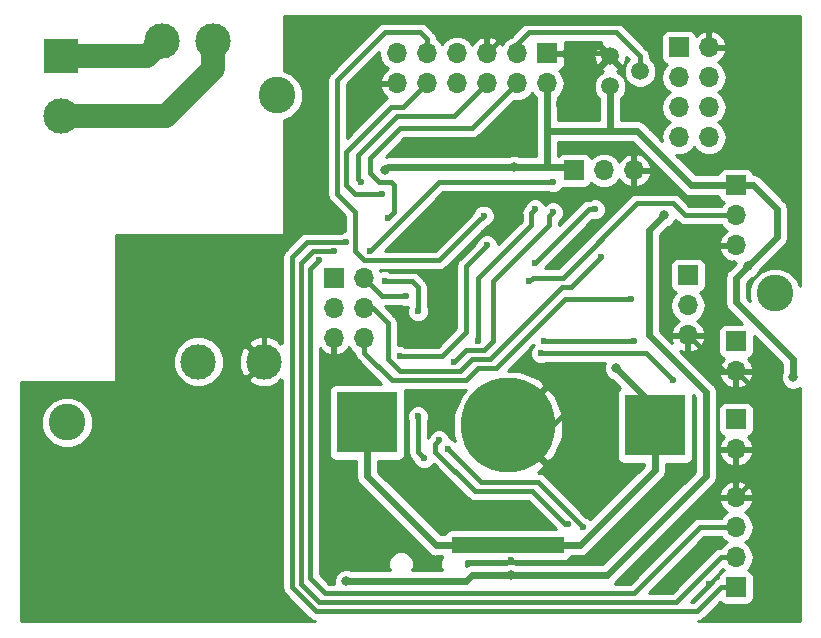
<source format=gbl>
G04 #@! TF.GenerationSoftware,KiCad,Pcbnew,5.0.1*
G04 #@! TF.CreationDate,2019-01-11T11:30:49+00:00*
G04 #@! TF.ProjectId,lc1,6C63312E6B696361645F706362000000,rev?*
G04 #@! TF.SameCoordinates,Original*
G04 #@! TF.FileFunction,Copper,L2,Bot,Signal*
G04 #@! TF.FilePolarity,Positive*
%FSLAX46Y46*%
G04 Gerber Fmt 4.6, Leading zero omitted, Abs format (unit mm)*
G04 Created by KiCad (PCBNEW 5.0.1) date Fri 11 Jan 2019 11:30:49 GMT*
%MOMM*%
%LPD*%
G01*
G04 APERTURE LIST*
G04 #@! TA.AperFunction,BGAPad,CuDef*
%ADD10C,8.000000*%
G04 #@! TD*
G04 #@! TA.AperFunction,SMDPad,CuDef*
%ADD11R,5.200000X5.200000*%
G04 #@! TD*
G04 #@! TA.AperFunction,SMDPad,CuDef*
%ADD12R,9.500000X1.400000*%
G04 #@! TD*
G04 #@! TA.AperFunction,ComponentPad*
%ADD13O,1.700000X1.700000*%
G04 #@! TD*
G04 #@! TA.AperFunction,ComponentPad*
%ADD14R,1.700000X1.700000*%
G04 #@! TD*
G04 #@! TA.AperFunction,ComponentPad*
%ADD15C,3.000000*%
G04 #@! TD*
G04 #@! TA.AperFunction,ComponentPad*
%ADD16R,3.000000X3.000000*%
G04 #@! TD*
G04 #@! TA.AperFunction,ComponentPad*
%ADD17C,1.500000*%
G04 #@! TD*
G04 #@! TA.AperFunction,ComponentPad*
%ADD18C,3.100000*%
G04 #@! TD*
G04 #@! TA.AperFunction,ViaPad*
%ADD19C,0.600000*%
G04 #@! TD*
G04 #@! TA.AperFunction,ViaPad*
%ADD20C,0.800000*%
G04 #@! TD*
G04 #@! TA.AperFunction,Conductor*
%ADD21C,0.400000*%
G04 #@! TD*
G04 #@! TA.AperFunction,Conductor*
%ADD22C,0.600000*%
G04 #@! TD*
G04 #@! TA.AperFunction,Conductor*
%ADD23C,2.000000*%
G04 #@! TD*
G04 #@! TA.AperFunction,Conductor*
%ADD24C,0.254000*%
G04 #@! TD*
G04 APERTURE END LIST*
D10*
G04 #@! TO.P,BT1,2*
G04 #@! TO.N,GND*
X148590000Y-116078000D03*
D11*
G04 #@! TO.P,BT1,1*
G04 #@! TO.N,Net-(BT1-Pad1)*
X161036000Y-116078000D03*
X136652000Y-115824000D03*
D12*
X148590000Y-126238000D03*
G04 #@! TD*
D13*
G04 #@! TO.P,DS1,12*
G04 #@! TO.N,GND*
X139192000Y-87122000D03*
G04 #@! TO.P,DS1,11*
G04 #@! TO.N,Net-(DS1-Pad11)*
X139192000Y-84582000D03*
G04 #@! TO.P,DS1,10*
G04 #@! TO.N,/D7*
X141732000Y-87122000D03*
G04 #@! TO.P,DS1,9*
G04 #@! TO.N,/D6*
X141732000Y-84582000D03*
G04 #@! TO.P,DS1,8*
G04 #@! TO.N,/D5*
X144272000Y-87122000D03*
G04 #@! TO.P,DS1,7*
G04 #@! TO.N,/D4*
X144272000Y-84582000D03*
G04 #@! TO.P,DS1,6*
G04 #@! TO.N,/EN*
X146812000Y-87122000D03*
G04 #@! TO.P,DS1,5*
G04 #@! TO.N,GND*
X146812000Y-84582000D03*
G04 #@! TO.P,DS1,4*
G04 #@! TO.N,/RS*
X149352000Y-87122000D03*
G04 #@! TO.P,DS1,3*
G04 #@! TO.N,Net-(DS1-Pad3)*
X149352000Y-84582000D03*
G04 #@! TO.P,DS1,2*
G04 #@! TO.N,+5V*
X151892000Y-87122000D03*
D14*
G04 #@! TO.P,DS1,1*
G04 #@! TO.N,GND*
X151892000Y-84582000D03*
G04 #@! TD*
D15*
G04 #@! TO.P,J1,2*
G04 #@! TO.N,Net-(J1-Pad2)*
X110744000Y-89916000D03*
D16*
G04 #@! TO.P,J1,1*
G04 #@! TO.N,Net-(J1-Pad1)*
X110744000Y-84836000D03*
G04 #@! TD*
D14*
G04 #@! TO.P,J2,1*
G04 #@! TO.N,/SENSE1*
X167894000Y-115570000D03*
D13*
G04 #@! TO.P,J2,2*
G04 #@! TO.N,GND*
X167894000Y-118110000D03*
G04 #@! TD*
G04 #@! TO.P,J3,2*
G04 #@! TO.N,GND*
X167894000Y-111506000D03*
D14*
G04 #@! TO.P,J3,1*
G04 #@! TO.N,/SENSE2*
X167894000Y-108966000D03*
G04 #@! TD*
D13*
G04 #@! TO.P,J4,3*
G04 #@! TO.N,GND*
X163830000Y-108458000D03*
G04 #@! TO.P,J4,2*
G04 #@! TO.N,/SENSE3*
X163830000Y-105918000D03*
D14*
G04 #@! TO.P,J4,1*
G04 #@! TO.N,+5V*
X163830000Y-103378000D03*
G04 #@! TD*
D13*
G04 #@! TO.P,J5,6*
G04 #@! TO.N,/SENSE3*
X136398000Y-108712000D03*
G04 #@! TO.P,J5,5*
G04 #@! TO.N,GND*
X133858000Y-108712000D03*
G04 #@! TO.P,J5,4*
G04 #@! TO.N,/RX1*
X136398000Y-106172000D03*
G04 #@! TO.P,J5,3*
G04 #@! TO.N,/RESET*
X133858000Y-106172000D03*
G04 #@! TO.P,J5,2*
G04 #@! TO.N,/TX1*
X136398000Y-103632000D03*
D14*
G04 #@! TO.P,J5,1*
G04 #@! TO.N,+5V*
X133858000Y-103632000D03*
G04 #@! TD*
D13*
G04 #@! TO.P,J6,3*
G04 #@! TO.N,GND*
X167894000Y-100838000D03*
G04 #@! TO.P,J6,2*
G04 #@! TO.N,/CTRL1*
X167894000Y-98298000D03*
D14*
G04 #@! TO.P,J6,1*
G04 #@! TO.N,+5V*
X167894000Y-95758000D03*
G04 #@! TD*
G04 #@! TO.P,J7,1*
G04 #@! TO.N,+5V*
X154178000Y-94488000D03*
D13*
G04 #@! TO.P,J7,2*
G04 #@! TO.N,/CTRL2*
X156718000Y-94488000D03*
G04 #@! TO.P,J7,3*
G04 #@! TO.N,GND*
X159258000Y-94488000D03*
G04 #@! TD*
D17*
G04 #@! TO.P,R12,2*
G04 #@! TO.N,Net-(DS1-Pad3)*
X159766000Y-86106000D03*
G04 #@! TO.P,R12,1*
G04 #@! TO.N,+5V*
X157226000Y-87376000D03*
G04 #@! TO.P,R12,3*
G04 #@! TO.N,GND*
X157226000Y-84836000D03*
G04 #@! TD*
D15*
G04 #@! TO.P,U2,3*
G04 #@! TO.N,+5V*
X122386000Y-110678000D03*
G04 #@! TO.P,U2,4*
G04 #@! TO.N,GND*
X127936000Y-110678000D03*
G04 #@! TO.P,U2,1*
G04 #@! TO.N,Net-(J1-Pad1)*
X119296000Y-83558000D03*
G04 #@! TO.P,U2,2*
G04 #@! TO.N,Net-(J1-Pad2)*
X123616000Y-83558000D03*
G04 #@! TD*
D13*
G04 #@! TO.P,U4,8*
G04 #@! TO.N,/RX1*
X165608000Y-91694000D03*
G04 #@! TO.P,U4,7*
G04 #@! TO.N,+3V3*
X163068000Y-91694000D03*
G04 #@! TO.P,U4,6*
G04 #@! TO.N,N/C*
X165608000Y-89154000D03*
G04 #@! TO.P,U4,5*
X163068000Y-89154000D03*
G04 #@! TO.P,U4,4*
X165608000Y-86614000D03*
G04 #@! TO.P,U4,3*
G04 #@! TO.N,+3V3*
X163068000Y-86614000D03*
G04 #@! TO.P,U4,2*
G04 #@! TO.N,GND*
X165608000Y-84074000D03*
D14*
G04 #@! TO.P,U4,1*
G04 #@! TO.N,/TX1*
X163068000Y-84074000D03*
G04 #@! TD*
D13*
G04 #@! TO.P,SW1,4*
G04 #@! TO.N,GND*
X167894000Y-122174000D03*
G04 #@! TO.P,SW1,3*
G04 #@! TO.N,/BTN1*
X167894000Y-124714000D03*
G04 #@! TO.P,SW1,2*
G04 #@! TO.N,/BTN2*
X167894000Y-127254000D03*
D14*
G04 #@! TO.P,SW1,1*
G04 #@! TO.N,/BTN3*
X167894000Y-129794000D03*
G04 #@! TD*
D18*
G04 #@! TO.P,H1,1*
G04 #@! TO.N,N/C*
X111252000Y-115824000D03*
G04 #@! TD*
G04 #@! TO.P,H2,1*
G04 #@! TO.N,N/C*
X171196000Y-104902000D03*
G04 #@! TD*
G04 #@! TO.P,H3,1*
G04 #@! TO.N,N/C*
X129032000Y-88138000D03*
G04 #@! TD*
D19*
G04 #@! TO.N,GND*
X144018000Y-97790000D03*
X146558000Y-99822000D03*
X158750000Y-88900000D03*
X162052000Y-99822000D03*
X160782000Y-90932000D03*
X148590000Y-116078000D03*
X153924000Y-114554000D03*
X141986000Y-113792000D03*
X143510000Y-115570000D03*
X132842000Y-92964000D03*
X127000000Y-131826000D03*
X127000000Y-127254000D03*
X149860000Y-119634000D03*
X146812000Y-92202000D03*
X150368000Y-89408000D03*
X152908000Y-88900000D03*
X154940000Y-88392000D03*
X133096000Y-112522000D03*
X118872000Y-103886000D03*
X109220000Y-119380000D03*
X108458000Y-128524000D03*
X115824000Y-127254000D03*
X116586000Y-121666000D03*
X125984000Y-114080593D03*
X134366000Y-126238000D03*
X131318000Y-132334000D03*
X141732000Y-128270000D03*
X137282000Y-128016000D03*
X148844000Y-127508000D03*
X155702000Y-122682000D03*
X165354000Y-126492000D03*
X165608000Y-129540000D03*
X169672000Y-130556000D03*
X169672000Y-125730000D03*
X172974000Y-132334000D03*
X163830000Y-119634000D03*
X164846000Y-100838000D03*
X161798000Y-103124000D03*
X169164000Y-84074000D03*
X169164000Y-88138000D03*
X169926000Y-92202000D03*
X131572000Y-85344000D03*
X134620000Y-82042000D03*
X144272000Y-82042000D03*
D20*
G04 #@! TO.N,Net-(BT1-Pad1)*
X157734000Y-111252000D03*
G04 #@! TO.N,+3V3*
X148844000Y-128778000D03*
X161798000Y-98298000D03*
X134874000Y-129286000D03*
D19*
G04 #@! TO.N,/RESET*
X152400000Y-98044000D03*
X144018000Y-110744000D03*
D20*
G04 #@! TO.N,+5V*
X149098000Y-94234000D03*
X172720000Y-112014000D03*
X168910000Y-102616000D03*
X138176000Y-94488000D03*
D19*
X140970000Y-115316000D03*
X141478000Y-118872000D03*
G04 #@! TO.N,Net-(D3-Pad1)*
X142748000Y-117348000D03*
X153670000Y-124460000D03*
G04 #@! TO.N,Net-(D4-Pad1)*
X143510000Y-118110000D03*
X154940000Y-124714000D03*
G04 #@! TO.N,/D7*
X137922000Y-96520000D03*
G04 #@! TO.N,/D6*
X146526000Y-98330000D03*
G04 #@! TO.N,/EN*
X136144000Y-95504000D03*
G04 #@! TO.N,/RS*
X138430000Y-98552000D03*
G04 #@! TO.N,/SENSE1*
X151384000Y-109982000D03*
X162560000Y-112268000D03*
G04 #@! TO.N,/SENSE2*
X151638000Y-108966000D03*
X159258000Y-108966000D03*
G04 #@! TO.N,/SENSE3*
X159004000Y-105410000D03*
X140970000Y-106426000D03*
X138176000Y-103886000D03*
G04 #@! TO.N,/TX1*
X152400000Y-95504000D03*
X139954000Y-105156000D03*
X136906000Y-101346000D03*
G04 #@! TO.N,/RX1*
X156464000Y-101854000D03*
G04 #@! TO.N,/CTRL1*
X150368000Y-103886000D03*
G04 #@! TO.N,/CTRL2*
X150876000Y-102362000D03*
X155956000Y-97790000D03*
G04 #@! TO.N,/BTN1*
X132588000Y-102108000D03*
G04 #@! TO.N,/BTN2*
X133858000Y-101346000D03*
G04 #@! TO.N,/BTN3*
X134874000Y-100584000D03*
G04 #@! TO.N,Net-(U3-Pad5)*
X150876000Y-97790000D03*
X146050000Y-108966000D03*
G04 #@! TO.N,Net-(U3-Pad1)*
X146812000Y-100838000D03*
X139446000Y-110236000D03*
G04 #@! TD*
D21*
G04 #@! TO.N,GND*
X159258000Y-96266000D02*
X159258000Y-94488000D01*
X158750000Y-96774000D02*
X159258000Y-96266000D01*
X144018000Y-97790000D02*
X145034000Y-96774000D01*
X146558000Y-99822000D02*
X148336000Y-99822000D01*
X149606000Y-98552000D02*
X149606000Y-96774000D01*
X148336000Y-99822000D02*
X149606000Y-98552000D01*
X145034000Y-96774000D02*
X149606000Y-96774000D01*
X149606000Y-96774000D02*
X158750000Y-96774000D01*
X156972000Y-84582000D02*
X157226000Y-84836000D01*
X151892000Y-84582000D02*
X156972000Y-84582000D01*
X146812000Y-84582000D02*
X149352000Y-82042000D01*
X149352000Y-82042000D02*
X158750000Y-82042000D01*
X158750000Y-82042000D02*
X161290000Y-84582000D01*
X161290000Y-84582000D02*
X161290000Y-87376000D01*
X161290000Y-87376000D02*
X160782000Y-87884000D01*
X160782000Y-87884000D02*
X159766000Y-87884000D01*
X159766000Y-87884000D02*
X158750000Y-88900000D01*
X166691919Y-100838000D02*
X167894000Y-100838000D01*
X162052000Y-100246264D02*
X162643736Y-100838000D01*
X162052000Y-99822000D02*
X162052000Y-100246264D01*
X160782000Y-87884000D02*
X160782000Y-90932000D01*
X148590000Y-116078000D02*
X152400000Y-116078000D01*
X152400000Y-116078000D02*
X153924000Y-114554000D01*
X141986000Y-113792000D02*
X141986000Y-114046000D01*
X141986000Y-114046000D02*
X143510000Y-115570000D01*
X132842000Y-92964000D02*
X132842000Y-97536000D01*
X132842000Y-97536000D02*
X127936000Y-102442000D01*
X127936000Y-102442000D02*
X127936000Y-108712000D01*
X127936000Y-108712000D02*
X127936000Y-110678000D01*
X127000000Y-131826000D02*
X127000000Y-127254000D01*
X146812000Y-92202000D02*
X149606000Y-89408000D01*
X149606000Y-89408000D02*
X150368000Y-89408000D01*
X152908000Y-88900000D02*
X154432000Y-88900000D01*
X154432000Y-88900000D02*
X154940000Y-88392000D01*
X166878000Y-111506000D02*
X167894000Y-111506000D01*
X165862000Y-109474000D02*
X165354000Y-109982000D01*
X165354000Y-109982000D02*
X166878000Y-111506000D01*
X163830000Y-108458000D02*
X165354000Y-109982000D01*
X165862000Y-100838000D02*
X165862000Y-109474000D01*
X165862000Y-100838000D02*
X166691919Y-100838000D01*
X162643736Y-100838000D02*
X164846000Y-100838000D01*
X170434000Y-119634000D02*
X167894000Y-122174000D01*
X167894000Y-111506000D02*
X170434000Y-114046000D01*
X167894000Y-118110000D02*
X170434000Y-118110000D01*
X170434000Y-114046000D02*
X170434000Y-118110000D01*
X170434000Y-118110000D02*
X170434000Y-119634000D01*
X133858000Y-108712000D02*
X133858000Y-111760000D01*
X133858000Y-111760000D02*
X133096000Y-112522000D01*
X164846000Y-100838000D02*
X165862000Y-100838000D01*
D22*
G04 #@! TO.N,Net-(BT1-Pad1)*
X136652000Y-115824000D02*
X136652000Y-120396000D01*
X142494000Y-126238000D02*
X148590000Y-126238000D01*
X136652000Y-120396000D02*
X142494000Y-126238000D01*
X148590000Y-126238000D02*
X154686000Y-126238000D01*
X161036000Y-119888000D02*
X161036000Y-116078000D01*
X154686000Y-126238000D02*
X161036000Y-119888000D01*
X161036000Y-114554000D02*
X161036000Y-116078000D01*
X157734000Y-111252000D02*
X161036000Y-114554000D01*
G04 #@! TO.N,+3V3*
X160528000Y-99568000D02*
X161798000Y-98298000D01*
X160528000Y-108458000D02*
X160528000Y-99568000D01*
X148844000Y-128778000D02*
X156972000Y-128778000D01*
X165354000Y-120396000D02*
X165354000Y-113284000D01*
X165354000Y-113284000D02*
X160528000Y-108458000D01*
X156972000Y-128778000D02*
X165354000Y-120396000D01*
X145034000Y-129286000D02*
X134874000Y-129286000D01*
X148844000Y-128778000D02*
X145542000Y-128778000D01*
X145542000Y-128778000D02*
X145034000Y-129286000D01*
D21*
G04 #@! TO.N,/RESET*
X144018000Y-110744000D02*
X145034000Y-109728000D01*
X145034000Y-109728000D02*
X146558000Y-109728000D01*
X152100001Y-98343999D02*
X152400000Y-98044000D01*
X147320000Y-108966000D02*
X147320000Y-103886000D01*
X146558000Y-109728000D02*
X147320000Y-108966000D01*
X147320000Y-103886000D02*
X152100001Y-99105999D01*
X152100001Y-99105999D02*
X152100001Y-98343999D01*
D22*
G04 #@! TO.N,+5V*
X153924000Y-94234000D02*
X154178000Y-94488000D01*
X151892000Y-87122000D02*
X151892000Y-88324081D01*
X151892000Y-94234000D02*
X153924000Y-94234000D01*
X149098000Y-94234000D02*
X151892000Y-94234000D01*
X164084000Y-95758000D02*
X159512000Y-91186000D01*
X167894000Y-95758000D02*
X164084000Y-95758000D01*
X151892000Y-88324081D02*
X151892000Y-91186000D01*
X151892000Y-91186000D02*
X151892000Y-94234000D01*
X157226000Y-87376000D02*
X157226000Y-91186000D01*
X159512000Y-91186000D02*
X157226000Y-91186000D01*
X157226000Y-91186000D02*
X151892000Y-91186000D01*
X169344000Y-95758000D02*
X171376000Y-97790000D01*
X167894000Y-95758000D02*
X169344000Y-95758000D01*
X171376000Y-97790000D02*
X171376000Y-100150000D01*
X167894000Y-103632000D02*
X167894000Y-105664000D01*
X167894000Y-105664000D02*
X172720000Y-110490000D01*
X172720000Y-110490000D02*
X172720000Y-112014000D01*
X171376000Y-100150000D02*
X168910000Y-102616000D01*
X168910000Y-102616000D02*
X167894000Y-103632000D01*
X138430000Y-94234000D02*
X149098000Y-94234000D01*
X138176000Y-94488000D02*
X138430000Y-94234000D01*
D21*
X140970000Y-115316000D02*
X140970000Y-117094000D01*
X140970000Y-117094000D02*
X140970000Y-118364000D01*
X140970000Y-118364000D02*
X141478000Y-118872000D01*
G04 #@! TO.N,Net-(D3-Pad1)*
X142448001Y-118318001D02*
X145796000Y-121666000D01*
X142448001Y-117647999D02*
X142448001Y-118318001D01*
X142748000Y-117348000D02*
X142448001Y-117647999D01*
X150622000Y-121666000D02*
X152908000Y-123952000D01*
X145796000Y-121666000D02*
X150622000Y-121666000D01*
X153416000Y-124460000D02*
X152908000Y-123952000D01*
X153670000Y-124460000D02*
X153416000Y-124460000D01*
G04 #@! TO.N,Net-(D4-Pad1)*
X145034000Y-119634000D02*
X143510000Y-118110000D01*
X154940000Y-124714000D02*
X151130000Y-120904000D01*
X151130000Y-120904000D02*
X146304000Y-120904000D01*
X146304000Y-120904000D02*
X145034000Y-119634000D01*
G04 #@! TO.N,/D7*
X134874000Y-92964000D02*
X134874000Y-95758000D01*
X138684000Y-89154000D02*
X134874000Y-92964000D01*
X139700000Y-89154000D02*
X138684000Y-89154000D01*
X141732000Y-87122000D02*
X139700000Y-89154000D01*
X135382000Y-96266000D02*
X135636000Y-96520000D01*
X134874000Y-95758000D02*
X135382000Y-96266000D01*
X135636000Y-96520000D02*
X137922000Y-96520000D01*
G04 #@! TO.N,/D6*
X146050000Y-98806000D02*
X146526000Y-98330000D01*
X141732000Y-84582000D02*
X141732000Y-83379919D01*
X141156081Y-82804000D02*
X138176000Y-82804000D01*
X134112000Y-86868000D02*
X134112000Y-96520000D01*
X136398000Y-102108000D02*
X142748000Y-102108000D01*
X135636000Y-101346000D02*
X136398000Y-102108000D01*
X141732000Y-83379919D02*
X141156081Y-82804000D01*
X135636000Y-98044000D02*
X135636000Y-101346000D01*
X134112000Y-96520000D02*
X135636000Y-98044000D01*
X142748000Y-102108000D02*
X146050000Y-98806000D01*
X138176000Y-82804000D02*
X134112000Y-86868000D01*
G04 #@! TO.N,/EN*
X139192000Y-89916000D02*
X135890000Y-93218000D01*
X146812000Y-87122000D02*
X144018000Y-89916000D01*
X144018000Y-89916000D02*
X139192000Y-89916000D01*
X135890000Y-93218000D02*
X135890000Y-95250000D01*
X135890000Y-95250000D02*
X136144000Y-95504000D01*
G04 #@! TO.N,/RS*
X145542000Y-90932000D02*
X148502001Y-87971999D01*
X139446000Y-90932000D02*
X145542000Y-90932000D01*
X136906000Y-93472000D02*
X139446000Y-90932000D01*
X138938000Y-95758000D02*
X138684000Y-95504000D01*
X148502001Y-87971999D02*
X149352000Y-87122000D01*
X138684000Y-95504000D02*
X137668000Y-95504000D01*
X138938000Y-98044000D02*
X138938000Y-95758000D01*
X137668000Y-95504000D02*
X136906000Y-94742000D01*
X136906000Y-94742000D02*
X136906000Y-93472000D01*
X138430000Y-98552000D02*
X138938000Y-98044000D01*
G04 #@! TO.N,Net-(DS1-Pad3)*
X149352000Y-84582000D02*
X149352000Y-83820000D01*
X149352000Y-83820000D02*
X150368000Y-82804000D01*
X150368000Y-82804000D02*
X157734000Y-82804000D01*
X159766000Y-84836000D02*
X159766000Y-86106000D01*
X157734000Y-82804000D02*
X159766000Y-84836000D01*
D23*
G04 #@! TO.N,Net-(J1-Pad2)*
X110744000Y-89916000D02*
X119634000Y-89916000D01*
X123616000Y-85934000D02*
X123616000Y-83558000D01*
X119634000Y-89916000D02*
X123616000Y-85934000D01*
G04 #@! TO.N,Net-(J1-Pad1)*
X118018000Y-84836000D02*
X119296000Y-83558000D01*
X110744000Y-84836000D02*
X118018000Y-84836000D01*
D21*
G04 #@! TO.N,/SENSE1*
X151384000Y-109982000D02*
X160274000Y-109982000D01*
X160274000Y-109982000D02*
X162560000Y-112268000D01*
G04 #@! TO.N,/SENSE2*
X151638000Y-108966000D02*
X159258000Y-108966000D01*
G04 #@! TO.N,/SENSE3*
X153416000Y-105410000D02*
X159004000Y-105410000D01*
X136398000Y-108712000D02*
X136398000Y-109914081D01*
X138751919Y-112268000D02*
X145034000Y-112268000D01*
X136398000Y-109914081D02*
X138751919Y-112268000D01*
X145034000Y-112268000D02*
X146050000Y-111252000D01*
X146050000Y-111252000D02*
X147574000Y-111252000D01*
X147574000Y-111252000D02*
X153416000Y-105410000D01*
X140970000Y-106426000D02*
X140970000Y-104394000D01*
X140970000Y-104394000D02*
X140462000Y-103886000D01*
X140462000Y-103886000D02*
X138176000Y-103886000D01*
G04 #@! TO.N,/TX1*
X136398000Y-103632000D02*
X137247999Y-104481999D01*
X137247999Y-104481999D02*
X137922000Y-105156000D01*
X137922000Y-105156000D02*
X139954000Y-105156000D01*
X142748000Y-95504000D02*
X144780000Y-95504000D01*
X144780000Y-95504000D02*
X152400000Y-95504000D01*
X136906000Y-101346000D02*
X142748000Y-95504000D01*
G04 #@! TO.N,/RX1*
X153924000Y-104394000D02*
X156464000Y-101854000D01*
X147066000Y-110490000D02*
X153162000Y-104394000D01*
X138430000Y-107442000D02*
X138430000Y-110490000D01*
X145542000Y-110490000D02*
X147066000Y-110490000D01*
X137160000Y-106172000D02*
X138430000Y-107442000D01*
X153162000Y-104394000D02*
X153924000Y-104394000D01*
X138430000Y-110490000D02*
X139446000Y-111506000D01*
X139446000Y-111506000D02*
X144526000Y-111506000D01*
X136398000Y-106172000D02*
X137160000Y-106172000D01*
X144526000Y-111506000D02*
X145542000Y-110490000D01*
G04 #@! TO.N,/CTRL1*
X150667999Y-103586001D02*
X150368000Y-103886000D01*
X153207999Y-103586001D02*
X150667999Y-103586001D01*
X159512000Y-97282000D02*
X153207999Y-103586001D01*
X163576000Y-98298000D02*
X162560000Y-97282000D01*
X162560000Y-97282000D02*
X159512000Y-97282000D01*
X167894000Y-98298000D02*
X163576000Y-98298000D01*
G04 #@! TO.N,/CTRL2*
X150876000Y-102362000D02*
X155448000Y-97790000D01*
X155448000Y-97790000D02*
X155956000Y-97790000D01*
G04 #@! TO.N,/BTN1*
X164846000Y-124714000D02*
X167894000Y-124714000D01*
X159258000Y-130302000D02*
X164846000Y-124714000D01*
X133096000Y-130302000D02*
X159258000Y-130302000D01*
X131826000Y-129032000D02*
X133096000Y-130302000D01*
X132588000Y-102108000D02*
X131826000Y-102870000D01*
X131826000Y-102870000D02*
X131826000Y-129032000D01*
G04 #@! TO.N,/BTN2*
X166624000Y-127254000D02*
X167894000Y-127254000D01*
X132080000Y-101346000D02*
X131064000Y-102362000D01*
X133858000Y-101346000D02*
X132080000Y-101346000D01*
X131064000Y-102362000D02*
X131064000Y-129540000D01*
X132588000Y-131064000D02*
X162814000Y-131064000D01*
X131064000Y-129540000D02*
X132588000Y-131064000D01*
X162814000Y-131064000D02*
X166624000Y-127254000D01*
G04 #@! TO.N,/BTN3*
X166644000Y-129794000D02*
X167894000Y-129794000D01*
X131572000Y-100584000D02*
X130302000Y-101854000D01*
X132334000Y-131826000D02*
X164612000Y-131826000D01*
X134874000Y-100584000D02*
X131572000Y-100584000D01*
X164612000Y-131826000D02*
X166644000Y-129794000D01*
X130302000Y-101854000D02*
X130302000Y-129794000D01*
X130302000Y-129794000D02*
X132334000Y-131826000D01*
G04 #@! TO.N,Net-(U3-Pad5)*
X146050000Y-108966000D02*
X146050000Y-103632000D01*
X150576001Y-98089999D02*
X150876000Y-97790000D01*
X146050000Y-103632000D02*
X150576001Y-99105999D01*
X150576001Y-99105999D02*
X150576001Y-98089999D01*
G04 #@! TO.N,Net-(U3-Pad1)*
X139446000Y-110236000D02*
X143002000Y-110236000D01*
X143002000Y-110236000D02*
X145034000Y-108204000D01*
X145034000Y-102616000D02*
X146304000Y-101346000D01*
X145034000Y-108204000D02*
X145034000Y-102616000D01*
X146812000Y-100838000D02*
X146304000Y-101346000D01*
G04 #@! TD*
D24*
G04 #@! TO.N,GND*
G36*
X162927415Y-98830282D02*
X162973999Y-98900001D01*
X163250199Y-99084552D01*
X163493763Y-99133000D01*
X163493767Y-99133000D01*
X163576000Y-99149357D01*
X163658233Y-99133000D01*
X166665935Y-99133000D01*
X166823375Y-99368625D01*
X167142478Y-99581843D01*
X167012642Y-99642817D01*
X166622355Y-100071076D01*
X166452524Y-100481110D01*
X166573845Y-100711000D01*
X167767000Y-100711000D01*
X167767000Y-100691000D01*
X168021000Y-100691000D01*
X168021000Y-100711000D01*
X168041000Y-100711000D01*
X168041000Y-100965000D01*
X168021000Y-100965000D01*
X168021000Y-100985000D01*
X167767000Y-100985000D01*
X167767000Y-100965000D01*
X166573845Y-100965000D01*
X166452524Y-101194890D01*
X166622355Y-101604924D01*
X167012642Y-102033183D01*
X167537108Y-102279486D01*
X167766998Y-102158820D01*
X167766998Y-102323000D01*
X167880710Y-102323000D01*
X167297972Y-102905739D01*
X167219903Y-102957903D01*
X167092516Y-103148552D01*
X167013250Y-103267182D01*
X166940683Y-103632000D01*
X166959000Y-103724086D01*
X166959001Y-105571910D01*
X166940683Y-105664000D01*
X167013250Y-106028818D01*
X167167741Y-106260030D01*
X167219904Y-106338097D01*
X167297970Y-106390259D01*
X168376271Y-107468560D01*
X167044000Y-107468560D01*
X166796235Y-107517843D01*
X166586191Y-107658191D01*
X166445843Y-107868235D01*
X166396560Y-108116000D01*
X166396560Y-109816000D01*
X166445843Y-110063765D01*
X166586191Y-110273809D01*
X166796235Y-110414157D01*
X166899708Y-110434739D01*
X166622355Y-110739076D01*
X166452524Y-111149110D01*
X166573845Y-111379000D01*
X167767000Y-111379000D01*
X167767000Y-111359000D01*
X168021000Y-111359000D01*
X168021000Y-111379000D01*
X169214155Y-111379000D01*
X169335476Y-111149110D01*
X169165645Y-110739076D01*
X168888292Y-110434739D01*
X168991765Y-110414157D01*
X169201809Y-110273809D01*
X169342157Y-110063765D01*
X169391440Y-109816000D01*
X169391440Y-108483729D01*
X171785000Y-110877289D01*
X171785001Y-111566702D01*
X171685000Y-111808126D01*
X171685000Y-112219874D01*
X171842569Y-112600280D01*
X172133720Y-112891431D01*
X172514126Y-113049000D01*
X172925874Y-113049000D01*
X173305001Y-112891961D01*
X173305001Y-132665000D01*
X164674123Y-132665000D01*
X164694233Y-132661000D01*
X164694237Y-132661000D01*
X164937801Y-132612552D01*
X165214001Y-132428001D01*
X165260587Y-132358280D01*
X166558500Y-131060367D01*
X166586191Y-131101809D01*
X166796235Y-131242157D01*
X167044000Y-131291440D01*
X168744000Y-131291440D01*
X168991765Y-131242157D01*
X169201809Y-131101809D01*
X169342157Y-130891765D01*
X169391440Y-130644000D01*
X169391440Y-128944000D01*
X169342157Y-128696235D01*
X169201809Y-128486191D01*
X168991765Y-128345843D01*
X168946381Y-128336816D01*
X168964625Y-128324625D01*
X169292839Y-127833418D01*
X169408092Y-127254000D01*
X169292839Y-126674582D01*
X168964625Y-126183375D01*
X168666239Y-125984000D01*
X168964625Y-125784625D01*
X169292839Y-125293418D01*
X169408092Y-124714000D01*
X169292839Y-124134582D01*
X168964625Y-123643375D01*
X168645522Y-123430157D01*
X168775358Y-123369183D01*
X169165645Y-122940924D01*
X169335476Y-122530890D01*
X169214155Y-122301000D01*
X168021000Y-122301000D01*
X168021000Y-122321000D01*
X167767000Y-122321000D01*
X167767000Y-122301000D01*
X166573845Y-122301000D01*
X166452524Y-122530890D01*
X166622355Y-122940924D01*
X167012642Y-123369183D01*
X167142478Y-123430157D01*
X166823375Y-123643375D01*
X166665935Y-123879000D01*
X164928232Y-123879000D01*
X164845999Y-123862643D01*
X164763766Y-123879000D01*
X164763763Y-123879000D01*
X164520199Y-123927448D01*
X164243999Y-124111999D01*
X164197417Y-124181714D01*
X158912133Y-129467000D01*
X157623793Y-129467000D01*
X157646097Y-129452097D01*
X157698261Y-129374028D01*
X165255179Y-121817110D01*
X166452524Y-121817110D01*
X166573845Y-122047000D01*
X167767000Y-122047000D01*
X167767000Y-120853181D01*
X168021000Y-120853181D01*
X168021000Y-122047000D01*
X169214155Y-122047000D01*
X169335476Y-121817110D01*
X169165645Y-121407076D01*
X168775358Y-120978817D01*
X168250892Y-120732514D01*
X168021000Y-120853181D01*
X167767000Y-120853181D01*
X167537108Y-120732514D01*
X167012642Y-120978817D01*
X166622355Y-121407076D01*
X166452524Y-121817110D01*
X165255179Y-121817110D01*
X165950031Y-121122259D01*
X166028097Y-121070097D01*
X166234750Y-120760819D01*
X166289000Y-120488086D01*
X166289000Y-120488085D01*
X166307317Y-120396001D01*
X166289000Y-120303915D01*
X166289000Y-118466890D01*
X166452524Y-118466890D01*
X166622355Y-118876924D01*
X167012642Y-119305183D01*
X167537108Y-119551486D01*
X167767000Y-119430819D01*
X167767000Y-118237000D01*
X168021000Y-118237000D01*
X168021000Y-119430819D01*
X168250892Y-119551486D01*
X168775358Y-119305183D01*
X169165645Y-118876924D01*
X169335476Y-118466890D01*
X169214155Y-118237000D01*
X168021000Y-118237000D01*
X167767000Y-118237000D01*
X166573845Y-118237000D01*
X166452524Y-118466890D01*
X166289000Y-118466890D01*
X166289000Y-114720000D01*
X166396560Y-114720000D01*
X166396560Y-116420000D01*
X166445843Y-116667765D01*
X166586191Y-116877809D01*
X166796235Y-117018157D01*
X166899708Y-117038739D01*
X166622355Y-117343076D01*
X166452524Y-117753110D01*
X166573845Y-117983000D01*
X167767000Y-117983000D01*
X167767000Y-117963000D01*
X168021000Y-117963000D01*
X168021000Y-117983000D01*
X169214155Y-117983000D01*
X169335476Y-117753110D01*
X169165645Y-117343076D01*
X168888292Y-117038739D01*
X168991765Y-117018157D01*
X169201809Y-116877809D01*
X169342157Y-116667765D01*
X169391440Y-116420000D01*
X169391440Y-114720000D01*
X169342157Y-114472235D01*
X169201809Y-114262191D01*
X168991765Y-114121843D01*
X168744000Y-114072560D01*
X167044000Y-114072560D01*
X166796235Y-114121843D01*
X166586191Y-114262191D01*
X166445843Y-114472235D01*
X166396560Y-114720000D01*
X166289000Y-114720000D01*
X166289000Y-113376086D01*
X166307317Y-113284000D01*
X166274568Y-113119357D01*
X166234750Y-112919181D01*
X166028097Y-112609903D01*
X165950028Y-112557739D01*
X165255179Y-111862890D01*
X166452524Y-111862890D01*
X166622355Y-112272924D01*
X167012642Y-112701183D01*
X167537108Y-112947486D01*
X167767000Y-112826819D01*
X167767000Y-111633000D01*
X168021000Y-111633000D01*
X168021000Y-112826819D01*
X168250892Y-112947486D01*
X168775358Y-112701183D01*
X169165645Y-112272924D01*
X169335476Y-111862890D01*
X169214155Y-111633000D01*
X168021000Y-111633000D01*
X167767000Y-111633000D01*
X166573845Y-111633000D01*
X166452524Y-111862890D01*
X165255179Y-111862890D01*
X163131211Y-109738922D01*
X163473108Y-109899486D01*
X163703000Y-109778819D01*
X163703000Y-108585000D01*
X163957000Y-108585000D01*
X163957000Y-109778819D01*
X164186892Y-109899486D01*
X164711358Y-109653183D01*
X165101645Y-109224924D01*
X165271476Y-108814890D01*
X165150155Y-108585000D01*
X163957000Y-108585000D01*
X163703000Y-108585000D01*
X162509845Y-108585000D01*
X162388524Y-108814890D01*
X162516741Y-109124452D01*
X161463000Y-108070711D01*
X161463000Y-105918000D01*
X162315908Y-105918000D01*
X162431161Y-106497418D01*
X162759375Y-106988625D01*
X163078478Y-107201843D01*
X162948642Y-107262817D01*
X162558355Y-107691076D01*
X162388524Y-108101110D01*
X162509845Y-108331000D01*
X163703000Y-108331000D01*
X163703000Y-108311000D01*
X163957000Y-108311000D01*
X163957000Y-108331000D01*
X165150155Y-108331000D01*
X165271476Y-108101110D01*
X165101645Y-107691076D01*
X164711358Y-107262817D01*
X164581522Y-107201843D01*
X164900625Y-106988625D01*
X165228839Y-106497418D01*
X165344092Y-105918000D01*
X165228839Y-105338582D01*
X164900625Y-104847375D01*
X164882381Y-104835184D01*
X164927765Y-104826157D01*
X165137809Y-104685809D01*
X165278157Y-104475765D01*
X165327440Y-104228000D01*
X165327440Y-102528000D01*
X165278157Y-102280235D01*
X165137809Y-102070191D01*
X164927765Y-101929843D01*
X164680000Y-101880560D01*
X162980000Y-101880560D01*
X162732235Y-101929843D01*
X162522191Y-102070191D01*
X162381843Y-102280235D01*
X162332560Y-102528000D01*
X162332560Y-104228000D01*
X162381843Y-104475765D01*
X162522191Y-104685809D01*
X162732235Y-104826157D01*
X162777619Y-104835184D01*
X162759375Y-104847375D01*
X162431161Y-105338582D01*
X162315908Y-105918000D01*
X161463000Y-105918000D01*
X161463000Y-99955289D01*
X162142859Y-99275431D01*
X162384280Y-99175431D01*
X162675431Y-98884280D01*
X162765051Y-98667918D01*
X162927415Y-98830282D01*
X162927415Y-98830282D01*
G37*
X162927415Y-98830282D02*
X162973999Y-98900001D01*
X163250199Y-99084552D01*
X163493763Y-99133000D01*
X163493767Y-99133000D01*
X163576000Y-99149357D01*
X163658233Y-99133000D01*
X166665935Y-99133000D01*
X166823375Y-99368625D01*
X167142478Y-99581843D01*
X167012642Y-99642817D01*
X166622355Y-100071076D01*
X166452524Y-100481110D01*
X166573845Y-100711000D01*
X167767000Y-100711000D01*
X167767000Y-100691000D01*
X168021000Y-100691000D01*
X168021000Y-100711000D01*
X168041000Y-100711000D01*
X168041000Y-100965000D01*
X168021000Y-100965000D01*
X168021000Y-100985000D01*
X167767000Y-100985000D01*
X167767000Y-100965000D01*
X166573845Y-100965000D01*
X166452524Y-101194890D01*
X166622355Y-101604924D01*
X167012642Y-102033183D01*
X167537108Y-102279486D01*
X167766998Y-102158820D01*
X167766998Y-102323000D01*
X167880710Y-102323000D01*
X167297972Y-102905739D01*
X167219903Y-102957903D01*
X167092516Y-103148552D01*
X167013250Y-103267182D01*
X166940683Y-103632000D01*
X166959000Y-103724086D01*
X166959001Y-105571910D01*
X166940683Y-105664000D01*
X167013250Y-106028818D01*
X167167741Y-106260030D01*
X167219904Y-106338097D01*
X167297970Y-106390259D01*
X168376271Y-107468560D01*
X167044000Y-107468560D01*
X166796235Y-107517843D01*
X166586191Y-107658191D01*
X166445843Y-107868235D01*
X166396560Y-108116000D01*
X166396560Y-109816000D01*
X166445843Y-110063765D01*
X166586191Y-110273809D01*
X166796235Y-110414157D01*
X166899708Y-110434739D01*
X166622355Y-110739076D01*
X166452524Y-111149110D01*
X166573845Y-111379000D01*
X167767000Y-111379000D01*
X167767000Y-111359000D01*
X168021000Y-111359000D01*
X168021000Y-111379000D01*
X169214155Y-111379000D01*
X169335476Y-111149110D01*
X169165645Y-110739076D01*
X168888292Y-110434739D01*
X168991765Y-110414157D01*
X169201809Y-110273809D01*
X169342157Y-110063765D01*
X169391440Y-109816000D01*
X169391440Y-108483729D01*
X171785000Y-110877289D01*
X171785001Y-111566702D01*
X171685000Y-111808126D01*
X171685000Y-112219874D01*
X171842569Y-112600280D01*
X172133720Y-112891431D01*
X172514126Y-113049000D01*
X172925874Y-113049000D01*
X173305001Y-112891961D01*
X173305001Y-132665000D01*
X164674123Y-132665000D01*
X164694233Y-132661000D01*
X164694237Y-132661000D01*
X164937801Y-132612552D01*
X165214001Y-132428001D01*
X165260587Y-132358280D01*
X166558500Y-131060367D01*
X166586191Y-131101809D01*
X166796235Y-131242157D01*
X167044000Y-131291440D01*
X168744000Y-131291440D01*
X168991765Y-131242157D01*
X169201809Y-131101809D01*
X169342157Y-130891765D01*
X169391440Y-130644000D01*
X169391440Y-128944000D01*
X169342157Y-128696235D01*
X169201809Y-128486191D01*
X168991765Y-128345843D01*
X168946381Y-128336816D01*
X168964625Y-128324625D01*
X169292839Y-127833418D01*
X169408092Y-127254000D01*
X169292839Y-126674582D01*
X168964625Y-126183375D01*
X168666239Y-125984000D01*
X168964625Y-125784625D01*
X169292839Y-125293418D01*
X169408092Y-124714000D01*
X169292839Y-124134582D01*
X168964625Y-123643375D01*
X168645522Y-123430157D01*
X168775358Y-123369183D01*
X169165645Y-122940924D01*
X169335476Y-122530890D01*
X169214155Y-122301000D01*
X168021000Y-122301000D01*
X168021000Y-122321000D01*
X167767000Y-122321000D01*
X167767000Y-122301000D01*
X166573845Y-122301000D01*
X166452524Y-122530890D01*
X166622355Y-122940924D01*
X167012642Y-123369183D01*
X167142478Y-123430157D01*
X166823375Y-123643375D01*
X166665935Y-123879000D01*
X164928232Y-123879000D01*
X164845999Y-123862643D01*
X164763766Y-123879000D01*
X164763763Y-123879000D01*
X164520199Y-123927448D01*
X164243999Y-124111999D01*
X164197417Y-124181714D01*
X158912133Y-129467000D01*
X157623793Y-129467000D01*
X157646097Y-129452097D01*
X157698261Y-129374028D01*
X165255179Y-121817110D01*
X166452524Y-121817110D01*
X166573845Y-122047000D01*
X167767000Y-122047000D01*
X167767000Y-120853181D01*
X168021000Y-120853181D01*
X168021000Y-122047000D01*
X169214155Y-122047000D01*
X169335476Y-121817110D01*
X169165645Y-121407076D01*
X168775358Y-120978817D01*
X168250892Y-120732514D01*
X168021000Y-120853181D01*
X167767000Y-120853181D01*
X167537108Y-120732514D01*
X167012642Y-120978817D01*
X166622355Y-121407076D01*
X166452524Y-121817110D01*
X165255179Y-121817110D01*
X165950031Y-121122259D01*
X166028097Y-121070097D01*
X166234750Y-120760819D01*
X166289000Y-120488086D01*
X166289000Y-120488085D01*
X166307317Y-120396001D01*
X166289000Y-120303915D01*
X166289000Y-118466890D01*
X166452524Y-118466890D01*
X166622355Y-118876924D01*
X167012642Y-119305183D01*
X167537108Y-119551486D01*
X167767000Y-119430819D01*
X167767000Y-118237000D01*
X168021000Y-118237000D01*
X168021000Y-119430819D01*
X168250892Y-119551486D01*
X168775358Y-119305183D01*
X169165645Y-118876924D01*
X169335476Y-118466890D01*
X169214155Y-118237000D01*
X168021000Y-118237000D01*
X167767000Y-118237000D01*
X166573845Y-118237000D01*
X166452524Y-118466890D01*
X166289000Y-118466890D01*
X166289000Y-114720000D01*
X166396560Y-114720000D01*
X166396560Y-116420000D01*
X166445843Y-116667765D01*
X166586191Y-116877809D01*
X166796235Y-117018157D01*
X166899708Y-117038739D01*
X166622355Y-117343076D01*
X166452524Y-117753110D01*
X166573845Y-117983000D01*
X167767000Y-117983000D01*
X167767000Y-117963000D01*
X168021000Y-117963000D01*
X168021000Y-117983000D01*
X169214155Y-117983000D01*
X169335476Y-117753110D01*
X169165645Y-117343076D01*
X168888292Y-117038739D01*
X168991765Y-117018157D01*
X169201809Y-116877809D01*
X169342157Y-116667765D01*
X169391440Y-116420000D01*
X169391440Y-114720000D01*
X169342157Y-114472235D01*
X169201809Y-114262191D01*
X168991765Y-114121843D01*
X168744000Y-114072560D01*
X167044000Y-114072560D01*
X166796235Y-114121843D01*
X166586191Y-114262191D01*
X166445843Y-114472235D01*
X166396560Y-114720000D01*
X166289000Y-114720000D01*
X166289000Y-113376086D01*
X166307317Y-113284000D01*
X166274568Y-113119357D01*
X166234750Y-112919181D01*
X166028097Y-112609903D01*
X165950028Y-112557739D01*
X165255179Y-111862890D01*
X166452524Y-111862890D01*
X166622355Y-112272924D01*
X167012642Y-112701183D01*
X167537108Y-112947486D01*
X167767000Y-112826819D01*
X167767000Y-111633000D01*
X168021000Y-111633000D01*
X168021000Y-112826819D01*
X168250892Y-112947486D01*
X168775358Y-112701183D01*
X169165645Y-112272924D01*
X169335476Y-111862890D01*
X169214155Y-111633000D01*
X168021000Y-111633000D01*
X167767000Y-111633000D01*
X166573845Y-111633000D01*
X166452524Y-111862890D01*
X165255179Y-111862890D01*
X163131211Y-109738922D01*
X163473108Y-109899486D01*
X163703000Y-109778819D01*
X163703000Y-108585000D01*
X163957000Y-108585000D01*
X163957000Y-109778819D01*
X164186892Y-109899486D01*
X164711358Y-109653183D01*
X165101645Y-109224924D01*
X165271476Y-108814890D01*
X165150155Y-108585000D01*
X163957000Y-108585000D01*
X163703000Y-108585000D01*
X162509845Y-108585000D01*
X162388524Y-108814890D01*
X162516741Y-109124452D01*
X161463000Y-108070711D01*
X161463000Y-105918000D01*
X162315908Y-105918000D01*
X162431161Y-106497418D01*
X162759375Y-106988625D01*
X163078478Y-107201843D01*
X162948642Y-107262817D01*
X162558355Y-107691076D01*
X162388524Y-108101110D01*
X162509845Y-108331000D01*
X163703000Y-108331000D01*
X163703000Y-108311000D01*
X163957000Y-108311000D01*
X163957000Y-108331000D01*
X165150155Y-108331000D01*
X165271476Y-108101110D01*
X165101645Y-107691076D01*
X164711358Y-107262817D01*
X164581522Y-107201843D01*
X164900625Y-106988625D01*
X165228839Y-106497418D01*
X165344092Y-105918000D01*
X165228839Y-105338582D01*
X164900625Y-104847375D01*
X164882381Y-104835184D01*
X164927765Y-104826157D01*
X165137809Y-104685809D01*
X165278157Y-104475765D01*
X165327440Y-104228000D01*
X165327440Y-102528000D01*
X165278157Y-102280235D01*
X165137809Y-102070191D01*
X164927765Y-101929843D01*
X164680000Y-101880560D01*
X162980000Y-101880560D01*
X162732235Y-101929843D01*
X162522191Y-102070191D01*
X162381843Y-102280235D01*
X162332560Y-102528000D01*
X162332560Y-104228000D01*
X162381843Y-104475765D01*
X162522191Y-104685809D01*
X162732235Y-104826157D01*
X162777619Y-104835184D01*
X162759375Y-104847375D01*
X162431161Y-105338582D01*
X162315908Y-105918000D01*
X161463000Y-105918000D01*
X161463000Y-99955289D01*
X162142859Y-99275431D01*
X162384280Y-99175431D01*
X162675431Y-98884280D01*
X162765051Y-98667918D01*
X162927415Y-98830282D01*
G36*
X173305000Y-104283897D02*
X173048354Y-103664297D01*
X172433703Y-103049646D01*
X171630624Y-102717000D01*
X170761376Y-102717000D01*
X169958297Y-103049646D01*
X169343646Y-103664297D01*
X169011000Y-104467376D01*
X169011000Y-105336624D01*
X169097328Y-105545039D01*
X168829000Y-105276711D01*
X168829000Y-104019289D01*
X169254859Y-103593431D01*
X169496280Y-103493431D01*
X169787431Y-103202280D01*
X169887431Y-102960858D01*
X171972028Y-100876261D01*
X172050097Y-100824097D01*
X172256750Y-100514819D01*
X172311000Y-100242086D01*
X172329317Y-100150000D01*
X172311000Y-100057914D01*
X172311000Y-97882086D01*
X172329317Y-97790000D01*
X172256750Y-97425181D01*
X172202964Y-97344684D01*
X172050097Y-97115903D01*
X171972031Y-97063741D01*
X170070261Y-95161972D01*
X170018097Y-95083903D01*
X169708819Y-94877250D01*
X169436086Y-94823000D01*
X169371997Y-94810252D01*
X169342157Y-94660235D01*
X169201809Y-94450191D01*
X168991765Y-94309843D01*
X168744000Y-94260560D01*
X167044000Y-94260560D01*
X166796235Y-94309843D01*
X166586191Y-94450191D01*
X166445843Y-94660235D01*
X166413467Y-94823000D01*
X164471290Y-94823000D01*
X162803836Y-93155547D01*
X162921744Y-93179000D01*
X163214256Y-93179000D01*
X163647418Y-93092839D01*
X164138625Y-92764625D01*
X164338000Y-92466239D01*
X164537375Y-92764625D01*
X165028582Y-93092839D01*
X165461744Y-93179000D01*
X165754256Y-93179000D01*
X166187418Y-93092839D01*
X166678625Y-92764625D01*
X167006839Y-92273418D01*
X167122092Y-91694000D01*
X167006839Y-91114582D01*
X166678625Y-90623375D01*
X166380239Y-90424000D01*
X166678625Y-90224625D01*
X167006839Y-89733418D01*
X167122092Y-89154000D01*
X167006839Y-88574582D01*
X166678625Y-88083375D01*
X166380239Y-87884000D01*
X166678625Y-87684625D01*
X167006839Y-87193418D01*
X167122092Y-86614000D01*
X167006839Y-86034582D01*
X166678625Y-85543375D01*
X166359522Y-85330157D01*
X166489358Y-85269183D01*
X166879645Y-84840924D01*
X167049476Y-84430890D01*
X166928155Y-84201000D01*
X165735000Y-84201000D01*
X165735000Y-84221000D01*
X165481000Y-84221000D01*
X165481000Y-84201000D01*
X165461000Y-84201000D01*
X165461000Y-83947000D01*
X165481000Y-83947000D01*
X165481000Y-82753181D01*
X165735000Y-82753181D01*
X165735000Y-83947000D01*
X166928155Y-83947000D01*
X167049476Y-83717110D01*
X166879645Y-83307076D01*
X166489358Y-82878817D01*
X165964892Y-82632514D01*
X165735000Y-82753181D01*
X165481000Y-82753181D01*
X165251108Y-82632514D01*
X164726642Y-82878817D01*
X164537961Y-83085855D01*
X164516157Y-82976235D01*
X164375809Y-82766191D01*
X164165765Y-82625843D01*
X163918000Y-82576560D01*
X162218000Y-82576560D01*
X161970235Y-82625843D01*
X161760191Y-82766191D01*
X161619843Y-82976235D01*
X161570560Y-83224000D01*
X161570560Y-84924000D01*
X161619843Y-85171765D01*
X161760191Y-85381809D01*
X161970235Y-85522157D01*
X162015619Y-85531184D01*
X161997375Y-85543375D01*
X161669161Y-86034582D01*
X161553908Y-86614000D01*
X161669161Y-87193418D01*
X161997375Y-87684625D01*
X162295761Y-87884000D01*
X161997375Y-88083375D01*
X161669161Y-88574582D01*
X161553908Y-89154000D01*
X161669161Y-89733418D01*
X161997375Y-90224625D01*
X162295761Y-90424000D01*
X161997375Y-90623375D01*
X161669161Y-91114582D01*
X161553908Y-91694000D01*
X161606453Y-91958164D01*
X160238261Y-90589972D01*
X160186097Y-90511903D01*
X159876819Y-90305250D01*
X159604086Y-90251000D01*
X159512000Y-90232683D01*
X159419914Y-90251000D01*
X158161000Y-90251000D01*
X158161000Y-88399687D01*
X158400147Y-88160540D01*
X158611000Y-87651494D01*
X158611000Y-87100506D01*
X158400147Y-86591460D01*
X158010540Y-86201853D01*
X157795070Y-86112603D01*
X157949923Y-86048460D01*
X158017912Y-85807517D01*
X157226000Y-85015605D01*
X156434088Y-85807517D01*
X156502077Y-86048460D01*
X156668658Y-86107745D01*
X156441460Y-86201853D01*
X156051853Y-86591460D01*
X155841000Y-87100506D01*
X155841000Y-87651494D01*
X156051853Y-88160540D01*
X156291000Y-88399687D01*
X156291001Y-90251000D01*
X152827000Y-90251000D01*
X152827000Y-88283247D01*
X152962625Y-88192625D01*
X153290839Y-87701418D01*
X153406092Y-87122000D01*
X153290839Y-86542582D01*
X152962625Y-86051375D01*
X152940968Y-86036904D01*
X153101699Y-85970327D01*
X153280327Y-85791698D01*
X153377000Y-85558309D01*
X153377000Y-84867750D01*
X153218250Y-84709000D01*
X152019000Y-84709000D01*
X152019000Y-84729000D01*
X151765000Y-84729000D01*
X151765000Y-84709000D01*
X151745000Y-84709000D01*
X151745000Y-84631171D01*
X155828799Y-84631171D01*
X155856770Y-85181448D01*
X156013540Y-85559923D01*
X156254483Y-85627912D01*
X157046395Y-84836000D01*
X156254483Y-84044088D01*
X156013540Y-84112077D01*
X155828799Y-84631171D01*
X151745000Y-84631171D01*
X151745000Y-84455000D01*
X151765000Y-84455000D01*
X151765000Y-84435000D01*
X152019000Y-84435000D01*
X152019000Y-84455000D01*
X153218250Y-84455000D01*
X153377000Y-84296250D01*
X153377000Y-83639000D01*
X156497715Y-83639000D01*
X156434088Y-83864483D01*
X157226000Y-84656395D01*
X157240143Y-84642253D01*
X157419748Y-84821858D01*
X157405605Y-84836000D01*
X158197517Y-85627912D01*
X158438460Y-85559923D01*
X158623201Y-85040829D01*
X158614271Y-84865138D01*
X158831223Y-85082090D01*
X158591853Y-85321460D01*
X158381000Y-85830506D01*
X158381000Y-86381494D01*
X158591853Y-86890540D01*
X158981460Y-87280147D01*
X159490506Y-87491000D01*
X160041494Y-87491000D01*
X160550540Y-87280147D01*
X160940147Y-86890540D01*
X161151000Y-86381494D01*
X161151000Y-85830506D01*
X160940147Y-85321460D01*
X160601000Y-84982313D01*
X160601000Y-84918237D01*
X160617358Y-84836000D01*
X160552552Y-84510199D01*
X160414584Y-84303716D01*
X160368001Y-84233999D01*
X160298283Y-84187415D01*
X158382587Y-82271720D01*
X158336001Y-82201999D01*
X158059801Y-82017448D01*
X157816237Y-81969000D01*
X157816233Y-81969000D01*
X157734000Y-81952643D01*
X157651767Y-81969000D01*
X150450233Y-81969000D01*
X150368000Y-81952643D01*
X150285767Y-81969000D01*
X150285763Y-81969000D01*
X150042199Y-82017448D01*
X149765999Y-82201999D01*
X149719415Y-82271718D01*
X148819718Y-83171415D01*
X148814667Y-83174790D01*
X148772582Y-83183161D01*
X148281375Y-83511375D01*
X148068157Y-83830478D01*
X148007183Y-83700642D01*
X147578924Y-83310355D01*
X147168890Y-83140524D01*
X146939000Y-83261845D01*
X146939000Y-84455000D01*
X146959000Y-84455000D01*
X146959000Y-84709000D01*
X146939000Y-84709000D01*
X146939000Y-84729000D01*
X146685000Y-84729000D01*
X146685000Y-84709000D01*
X146665000Y-84709000D01*
X146665000Y-84455000D01*
X146685000Y-84455000D01*
X146685000Y-83261845D01*
X146455110Y-83140524D01*
X146045076Y-83310355D01*
X145616817Y-83700642D01*
X145555843Y-83830478D01*
X145342625Y-83511375D01*
X144851418Y-83183161D01*
X144418256Y-83097000D01*
X144125744Y-83097000D01*
X143692582Y-83183161D01*
X143201375Y-83511375D01*
X143002000Y-83809761D01*
X142802625Y-83511375D01*
X142579904Y-83362557D01*
X142567000Y-83297685D01*
X142567000Y-83297682D01*
X142518552Y-83054118D01*
X142401420Y-82878817D01*
X142380584Y-82847634D01*
X142380583Y-82847633D01*
X142334001Y-82777918D01*
X142264285Y-82731335D01*
X141804668Y-82271719D01*
X141758082Y-82201999D01*
X141481882Y-82017448D01*
X141238318Y-81969000D01*
X141238314Y-81969000D01*
X141156081Y-81952643D01*
X141073848Y-81969000D01*
X138258237Y-81969000D01*
X138176000Y-81952642D01*
X138093763Y-81969000D01*
X137850199Y-82017448D01*
X137573999Y-82201999D01*
X137527415Y-82271717D01*
X133579720Y-86219413D01*
X133509999Y-86265999D01*
X133325448Y-86542200D01*
X133277000Y-86785764D01*
X133277000Y-86785767D01*
X133260643Y-86868000D01*
X133277000Y-86950233D01*
X133277001Y-96437762D01*
X133260643Y-96520000D01*
X133325448Y-96845800D01*
X133340282Y-96868000D01*
X133510000Y-97122001D01*
X133579718Y-97168585D01*
X134801000Y-98389869D01*
X134801000Y-99649000D01*
X134688017Y-99649000D01*
X134446595Y-99749000D01*
X131654232Y-99749000D01*
X131571999Y-99732643D01*
X131489766Y-99749000D01*
X131489763Y-99749000D01*
X131246199Y-99797448D01*
X130969999Y-99981999D01*
X130923415Y-100051718D01*
X129769720Y-101205413D01*
X129699999Y-101251999D01*
X129515448Y-101528200D01*
X129467000Y-101771764D01*
X129467000Y-101771767D01*
X129450643Y-101854000D01*
X129467000Y-101936233D01*
X129467000Y-109134020D01*
X129383686Y-109050706D01*
X129270364Y-109164028D01*
X129110582Y-108845261D01*
X128319813Y-108535277D01*
X127470613Y-108551503D01*
X126761418Y-108845261D01*
X126601635Y-109164030D01*
X127936000Y-110498395D01*
X127950143Y-110484253D01*
X128129748Y-110663858D01*
X128115605Y-110678000D01*
X128129748Y-110692143D01*
X127950143Y-110871748D01*
X127936000Y-110857605D01*
X126601635Y-112191970D01*
X126761418Y-112510739D01*
X127552187Y-112820723D01*
X128401387Y-112804497D01*
X129110582Y-112510739D01*
X129270364Y-112191972D01*
X129383686Y-112305294D01*
X129467000Y-112221980D01*
X129467001Y-129711762D01*
X129450643Y-129794000D01*
X129515448Y-130119800D01*
X129546819Y-130166750D01*
X129700000Y-130396001D01*
X129769718Y-130442585D01*
X131685415Y-132358283D01*
X131731999Y-132428001D01*
X132008199Y-132612552D01*
X132271872Y-132665000D01*
X107365000Y-132665000D01*
X107365000Y-115389376D01*
X109067000Y-115389376D01*
X109067000Y-116258624D01*
X109399646Y-117061703D01*
X110014297Y-117676354D01*
X110817376Y-118009000D01*
X111686624Y-118009000D01*
X112489703Y-117676354D01*
X113104354Y-117061703D01*
X113437000Y-116258624D01*
X113437000Y-115389376D01*
X113104354Y-114586297D01*
X112489703Y-113971646D01*
X111686624Y-113639000D01*
X110817376Y-113639000D01*
X110014297Y-113971646D01*
X109399646Y-114586297D01*
X109067000Y-115389376D01*
X107365000Y-115389376D01*
X107365000Y-112395000D01*
X115316000Y-112395000D01*
X115364601Y-112385333D01*
X115405803Y-112357803D01*
X115433333Y-112316601D01*
X115443000Y-112268000D01*
X115443000Y-110253322D01*
X120251000Y-110253322D01*
X120251000Y-111102678D01*
X120576034Y-111887380D01*
X121176620Y-112487966D01*
X121961322Y-112813000D01*
X122810678Y-112813000D01*
X123595380Y-112487966D01*
X124195966Y-111887380D01*
X124521000Y-111102678D01*
X124521000Y-110294187D01*
X125793277Y-110294187D01*
X125809503Y-111143387D01*
X126103261Y-111852582D01*
X126422030Y-112012365D01*
X127756395Y-110678000D01*
X126422030Y-109343635D01*
X126103261Y-109503418D01*
X125793277Y-110294187D01*
X124521000Y-110294187D01*
X124521000Y-110253322D01*
X124195966Y-109468620D01*
X123595380Y-108868034D01*
X122810678Y-108543000D01*
X121961322Y-108543000D01*
X121176620Y-108868034D01*
X120576034Y-109468620D01*
X120251000Y-110253322D01*
X115443000Y-110253322D01*
X115443000Y-99949000D01*
X129540000Y-99949000D01*
X129588601Y-99939333D01*
X129629803Y-99911803D01*
X129657333Y-99870601D01*
X129667000Y-99822000D01*
X129667000Y-90240002D01*
X130269703Y-89990354D01*
X130884354Y-89375703D01*
X131217000Y-88572624D01*
X131217000Y-87703376D01*
X130884354Y-86900297D01*
X130269703Y-86285646D01*
X129667000Y-86035998D01*
X129667000Y-81457000D01*
X173305000Y-81457000D01*
X173305000Y-104283897D01*
X173305000Y-104283897D01*
G37*
X173305000Y-104283897D02*
X173048354Y-103664297D01*
X172433703Y-103049646D01*
X171630624Y-102717000D01*
X170761376Y-102717000D01*
X169958297Y-103049646D01*
X169343646Y-103664297D01*
X169011000Y-104467376D01*
X169011000Y-105336624D01*
X169097328Y-105545039D01*
X168829000Y-105276711D01*
X168829000Y-104019289D01*
X169254859Y-103593431D01*
X169496280Y-103493431D01*
X169787431Y-103202280D01*
X169887431Y-102960858D01*
X171972028Y-100876261D01*
X172050097Y-100824097D01*
X172256750Y-100514819D01*
X172311000Y-100242086D01*
X172329317Y-100150000D01*
X172311000Y-100057914D01*
X172311000Y-97882086D01*
X172329317Y-97790000D01*
X172256750Y-97425181D01*
X172202964Y-97344684D01*
X172050097Y-97115903D01*
X171972031Y-97063741D01*
X170070261Y-95161972D01*
X170018097Y-95083903D01*
X169708819Y-94877250D01*
X169436086Y-94823000D01*
X169371997Y-94810252D01*
X169342157Y-94660235D01*
X169201809Y-94450191D01*
X168991765Y-94309843D01*
X168744000Y-94260560D01*
X167044000Y-94260560D01*
X166796235Y-94309843D01*
X166586191Y-94450191D01*
X166445843Y-94660235D01*
X166413467Y-94823000D01*
X164471290Y-94823000D01*
X162803836Y-93155547D01*
X162921744Y-93179000D01*
X163214256Y-93179000D01*
X163647418Y-93092839D01*
X164138625Y-92764625D01*
X164338000Y-92466239D01*
X164537375Y-92764625D01*
X165028582Y-93092839D01*
X165461744Y-93179000D01*
X165754256Y-93179000D01*
X166187418Y-93092839D01*
X166678625Y-92764625D01*
X167006839Y-92273418D01*
X167122092Y-91694000D01*
X167006839Y-91114582D01*
X166678625Y-90623375D01*
X166380239Y-90424000D01*
X166678625Y-90224625D01*
X167006839Y-89733418D01*
X167122092Y-89154000D01*
X167006839Y-88574582D01*
X166678625Y-88083375D01*
X166380239Y-87884000D01*
X166678625Y-87684625D01*
X167006839Y-87193418D01*
X167122092Y-86614000D01*
X167006839Y-86034582D01*
X166678625Y-85543375D01*
X166359522Y-85330157D01*
X166489358Y-85269183D01*
X166879645Y-84840924D01*
X167049476Y-84430890D01*
X166928155Y-84201000D01*
X165735000Y-84201000D01*
X165735000Y-84221000D01*
X165481000Y-84221000D01*
X165481000Y-84201000D01*
X165461000Y-84201000D01*
X165461000Y-83947000D01*
X165481000Y-83947000D01*
X165481000Y-82753181D01*
X165735000Y-82753181D01*
X165735000Y-83947000D01*
X166928155Y-83947000D01*
X167049476Y-83717110D01*
X166879645Y-83307076D01*
X166489358Y-82878817D01*
X165964892Y-82632514D01*
X165735000Y-82753181D01*
X165481000Y-82753181D01*
X165251108Y-82632514D01*
X164726642Y-82878817D01*
X164537961Y-83085855D01*
X164516157Y-82976235D01*
X164375809Y-82766191D01*
X164165765Y-82625843D01*
X163918000Y-82576560D01*
X162218000Y-82576560D01*
X161970235Y-82625843D01*
X161760191Y-82766191D01*
X161619843Y-82976235D01*
X161570560Y-83224000D01*
X161570560Y-84924000D01*
X161619843Y-85171765D01*
X161760191Y-85381809D01*
X161970235Y-85522157D01*
X162015619Y-85531184D01*
X161997375Y-85543375D01*
X161669161Y-86034582D01*
X161553908Y-86614000D01*
X161669161Y-87193418D01*
X161997375Y-87684625D01*
X162295761Y-87884000D01*
X161997375Y-88083375D01*
X161669161Y-88574582D01*
X161553908Y-89154000D01*
X161669161Y-89733418D01*
X161997375Y-90224625D01*
X162295761Y-90424000D01*
X161997375Y-90623375D01*
X161669161Y-91114582D01*
X161553908Y-91694000D01*
X161606453Y-91958164D01*
X160238261Y-90589972D01*
X160186097Y-90511903D01*
X159876819Y-90305250D01*
X159604086Y-90251000D01*
X159512000Y-90232683D01*
X159419914Y-90251000D01*
X158161000Y-90251000D01*
X158161000Y-88399687D01*
X158400147Y-88160540D01*
X158611000Y-87651494D01*
X158611000Y-87100506D01*
X158400147Y-86591460D01*
X158010540Y-86201853D01*
X157795070Y-86112603D01*
X157949923Y-86048460D01*
X158017912Y-85807517D01*
X157226000Y-85015605D01*
X156434088Y-85807517D01*
X156502077Y-86048460D01*
X156668658Y-86107745D01*
X156441460Y-86201853D01*
X156051853Y-86591460D01*
X155841000Y-87100506D01*
X155841000Y-87651494D01*
X156051853Y-88160540D01*
X156291000Y-88399687D01*
X156291001Y-90251000D01*
X152827000Y-90251000D01*
X152827000Y-88283247D01*
X152962625Y-88192625D01*
X153290839Y-87701418D01*
X153406092Y-87122000D01*
X153290839Y-86542582D01*
X152962625Y-86051375D01*
X152940968Y-86036904D01*
X153101699Y-85970327D01*
X153280327Y-85791698D01*
X153377000Y-85558309D01*
X153377000Y-84867750D01*
X153218250Y-84709000D01*
X152019000Y-84709000D01*
X152019000Y-84729000D01*
X151765000Y-84729000D01*
X151765000Y-84709000D01*
X151745000Y-84709000D01*
X151745000Y-84631171D01*
X155828799Y-84631171D01*
X155856770Y-85181448D01*
X156013540Y-85559923D01*
X156254483Y-85627912D01*
X157046395Y-84836000D01*
X156254483Y-84044088D01*
X156013540Y-84112077D01*
X155828799Y-84631171D01*
X151745000Y-84631171D01*
X151745000Y-84455000D01*
X151765000Y-84455000D01*
X151765000Y-84435000D01*
X152019000Y-84435000D01*
X152019000Y-84455000D01*
X153218250Y-84455000D01*
X153377000Y-84296250D01*
X153377000Y-83639000D01*
X156497715Y-83639000D01*
X156434088Y-83864483D01*
X157226000Y-84656395D01*
X157240143Y-84642253D01*
X157419748Y-84821858D01*
X157405605Y-84836000D01*
X158197517Y-85627912D01*
X158438460Y-85559923D01*
X158623201Y-85040829D01*
X158614271Y-84865138D01*
X158831223Y-85082090D01*
X158591853Y-85321460D01*
X158381000Y-85830506D01*
X158381000Y-86381494D01*
X158591853Y-86890540D01*
X158981460Y-87280147D01*
X159490506Y-87491000D01*
X160041494Y-87491000D01*
X160550540Y-87280147D01*
X160940147Y-86890540D01*
X161151000Y-86381494D01*
X161151000Y-85830506D01*
X160940147Y-85321460D01*
X160601000Y-84982313D01*
X160601000Y-84918237D01*
X160617358Y-84836000D01*
X160552552Y-84510199D01*
X160414584Y-84303716D01*
X160368001Y-84233999D01*
X160298283Y-84187415D01*
X158382587Y-82271720D01*
X158336001Y-82201999D01*
X158059801Y-82017448D01*
X157816237Y-81969000D01*
X157816233Y-81969000D01*
X157734000Y-81952643D01*
X157651767Y-81969000D01*
X150450233Y-81969000D01*
X150368000Y-81952643D01*
X150285767Y-81969000D01*
X150285763Y-81969000D01*
X150042199Y-82017448D01*
X149765999Y-82201999D01*
X149719415Y-82271718D01*
X148819718Y-83171415D01*
X148814667Y-83174790D01*
X148772582Y-83183161D01*
X148281375Y-83511375D01*
X148068157Y-83830478D01*
X148007183Y-83700642D01*
X147578924Y-83310355D01*
X147168890Y-83140524D01*
X146939000Y-83261845D01*
X146939000Y-84455000D01*
X146959000Y-84455000D01*
X146959000Y-84709000D01*
X146939000Y-84709000D01*
X146939000Y-84729000D01*
X146685000Y-84729000D01*
X146685000Y-84709000D01*
X146665000Y-84709000D01*
X146665000Y-84455000D01*
X146685000Y-84455000D01*
X146685000Y-83261845D01*
X146455110Y-83140524D01*
X146045076Y-83310355D01*
X145616817Y-83700642D01*
X145555843Y-83830478D01*
X145342625Y-83511375D01*
X144851418Y-83183161D01*
X144418256Y-83097000D01*
X144125744Y-83097000D01*
X143692582Y-83183161D01*
X143201375Y-83511375D01*
X143002000Y-83809761D01*
X142802625Y-83511375D01*
X142579904Y-83362557D01*
X142567000Y-83297685D01*
X142567000Y-83297682D01*
X142518552Y-83054118D01*
X142401420Y-82878817D01*
X142380584Y-82847634D01*
X142380583Y-82847633D01*
X142334001Y-82777918D01*
X142264285Y-82731335D01*
X141804668Y-82271719D01*
X141758082Y-82201999D01*
X141481882Y-82017448D01*
X141238318Y-81969000D01*
X141238314Y-81969000D01*
X141156081Y-81952643D01*
X141073848Y-81969000D01*
X138258237Y-81969000D01*
X138176000Y-81952642D01*
X138093763Y-81969000D01*
X137850199Y-82017448D01*
X137573999Y-82201999D01*
X137527415Y-82271717D01*
X133579720Y-86219413D01*
X133509999Y-86265999D01*
X133325448Y-86542200D01*
X133277000Y-86785764D01*
X133277000Y-86785767D01*
X133260643Y-86868000D01*
X133277000Y-86950233D01*
X133277001Y-96437762D01*
X133260643Y-96520000D01*
X133325448Y-96845800D01*
X133340282Y-96868000D01*
X133510000Y-97122001D01*
X133579718Y-97168585D01*
X134801000Y-98389869D01*
X134801000Y-99649000D01*
X134688017Y-99649000D01*
X134446595Y-99749000D01*
X131654232Y-99749000D01*
X131571999Y-99732643D01*
X131489766Y-99749000D01*
X131489763Y-99749000D01*
X131246199Y-99797448D01*
X130969999Y-99981999D01*
X130923415Y-100051718D01*
X129769720Y-101205413D01*
X129699999Y-101251999D01*
X129515448Y-101528200D01*
X129467000Y-101771764D01*
X129467000Y-101771767D01*
X129450643Y-101854000D01*
X129467000Y-101936233D01*
X129467000Y-109134020D01*
X129383686Y-109050706D01*
X129270364Y-109164028D01*
X129110582Y-108845261D01*
X128319813Y-108535277D01*
X127470613Y-108551503D01*
X126761418Y-108845261D01*
X126601635Y-109164030D01*
X127936000Y-110498395D01*
X127950143Y-110484253D01*
X128129748Y-110663858D01*
X128115605Y-110678000D01*
X128129748Y-110692143D01*
X127950143Y-110871748D01*
X127936000Y-110857605D01*
X126601635Y-112191970D01*
X126761418Y-112510739D01*
X127552187Y-112820723D01*
X128401387Y-112804497D01*
X129110582Y-112510739D01*
X129270364Y-112191972D01*
X129383686Y-112305294D01*
X129467000Y-112221980D01*
X129467001Y-129711762D01*
X129450643Y-129794000D01*
X129515448Y-130119800D01*
X129546819Y-130166750D01*
X129700000Y-130396001D01*
X129769718Y-130442585D01*
X131685415Y-132358283D01*
X131731999Y-132428001D01*
X132008199Y-132612552D01*
X132271872Y-132665000D01*
X107365000Y-132665000D01*
X107365000Y-115389376D01*
X109067000Y-115389376D01*
X109067000Y-116258624D01*
X109399646Y-117061703D01*
X110014297Y-117676354D01*
X110817376Y-118009000D01*
X111686624Y-118009000D01*
X112489703Y-117676354D01*
X113104354Y-117061703D01*
X113437000Y-116258624D01*
X113437000Y-115389376D01*
X113104354Y-114586297D01*
X112489703Y-113971646D01*
X111686624Y-113639000D01*
X110817376Y-113639000D01*
X110014297Y-113971646D01*
X109399646Y-114586297D01*
X109067000Y-115389376D01*
X107365000Y-115389376D01*
X107365000Y-112395000D01*
X115316000Y-112395000D01*
X115364601Y-112385333D01*
X115405803Y-112357803D01*
X115433333Y-112316601D01*
X115443000Y-112268000D01*
X115443000Y-110253322D01*
X120251000Y-110253322D01*
X120251000Y-111102678D01*
X120576034Y-111887380D01*
X121176620Y-112487966D01*
X121961322Y-112813000D01*
X122810678Y-112813000D01*
X123595380Y-112487966D01*
X124195966Y-111887380D01*
X124521000Y-111102678D01*
X124521000Y-110294187D01*
X125793277Y-110294187D01*
X125809503Y-111143387D01*
X126103261Y-111852582D01*
X126422030Y-112012365D01*
X127756395Y-110678000D01*
X126422030Y-109343635D01*
X126103261Y-109503418D01*
X125793277Y-110294187D01*
X124521000Y-110294187D01*
X124521000Y-110253322D01*
X124195966Y-109468620D01*
X123595380Y-108868034D01*
X122810678Y-108543000D01*
X121961322Y-108543000D01*
X121176620Y-108868034D01*
X120576034Y-109468620D01*
X120251000Y-110253322D01*
X115443000Y-110253322D01*
X115443000Y-99949000D01*
X129540000Y-99949000D01*
X129588601Y-99939333D01*
X129629803Y-99911803D01*
X129657333Y-99870601D01*
X129667000Y-99822000D01*
X129667000Y-90240002D01*
X130269703Y-89990354D01*
X130884354Y-89375703D01*
X131217000Y-88572624D01*
X131217000Y-87703376D01*
X130884354Y-86900297D01*
X130269703Y-86285646D01*
X129667000Y-86035998D01*
X129667000Y-81457000D01*
X173305000Y-81457000D01*
X173305000Y-104283897D01*
G36*
X166823375Y-128324625D02*
X166841619Y-128336816D01*
X166796235Y-128345843D01*
X166586191Y-128486191D01*
X166445843Y-128696235D01*
X166396560Y-128944000D01*
X166396560Y-128991861D01*
X166318199Y-129007448D01*
X166041999Y-129191999D01*
X165995415Y-129261717D01*
X164266133Y-130991000D01*
X164067867Y-130991000D01*
X166787674Y-128271194D01*
X166823375Y-128324625D01*
X166823375Y-128324625D01*
G37*
X166823375Y-128324625D02*
X166841619Y-128336816D01*
X166796235Y-128345843D01*
X166586191Y-128486191D01*
X166445843Y-128696235D01*
X166396560Y-128944000D01*
X166396560Y-128991861D01*
X166318199Y-129007448D01*
X166041999Y-129191999D01*
X165995415Y-129261717D01*
X164266133Y-130991000D01*
X164067867Y-130991000D01*
X166787674Y-128271194D01*
X166823375Y-128324625D01*
G36*
X166823375Y-125784625D02*
X167121761Y-125984000D01*
X166823375Y-126183375D01*
X166670663Y-126411924D01*
X166624000Y-126402642D01*
X166541763Y-126419000D01*
X166298199Y-126467448D01*
X166021999Y-126651999D01*
X165975415Y-126721717D01*
X162468133Y-130229000D01*
X160511867Y-130229000D01*
X165191869Y-125549000D01*
X166665935Y-125549000D01*
X166823375Y-125784625D01*
X166823375Y-125784625D01*
G37*
X166823375Y-125784625D02*
X167121761Y-125984000D01*
X166823375Y-126183375D01*
X166670663Y-126411924D01*
X166624000Y-126402642D01*
X166541763Y-126419000D01*
X166298199Y-126467448D01*
X166021999Y-126651999D01*
X165975415Y-126721717D01*
X162468133Y-130229000D01*
X160511867Y-130229000D01*
X165191869Y-125549000D01*
X166665935Y-125549000D01*
X166823375Y-125784625D01*
G36*
X133985000Y-108585000D02*
X134005000Y-108585000D01*
X134005000Y-108839000D01*
X133985000Y-108839000D01*
X133985000Y-110032819D01*
X134214892Y-110153486D01*
X134739358Y-109907183D01*
X135126647Y-109482214D01*
X135327375Y-109782625D01*
X135550096Y-109931443D01*
X135611448Y-110239881D01*
X135699226Y-110371250D01*
X135796000Y-110516082D01*
X135865718Y-110562666D01*
X137879611Y-112576560D01*
X134052000Y-112576560D01*
X133804235Y-112625843D01*
X133594191Y-112766191D01*
X133453843Y-112976235D01*
X133404560Y-113224000D01*
X133404560Y-118424000D01*
X133453843Y-118671765D01*
X133594191Y-118881809D01*
X133804235Y-119022157D01*
X134052000Y-119071440D01*
X135717001Y-119071440D01*
X135717001Y-120303910D01*
X135698683Y-120396000D01*
X135771250Y-120760818D01*
X135925741Y-120992030D01*
X135977904Y-121070097D01*
X136055970Y-121122259D01*
X141767739Y-126834028D01*
X141819903Y-126912097D01*
X142129181Y-127118750D01*
X142494000Y-127191317D01*
X142586086Y-127173000D01*
X143040579Y-127173000D01*
X143012182Y-127201397D01*
X142847000Y-127600180D01*
X142847000Y-128031820D01*
X142979209Y-128351000D01*
X140484791Y-128351000D01*
X140617000Y-128031820D01*
X140617000Y-127600180D01*
X140451818Y-127201397D01*
X140146603Y-126896182D01*
X139747820Y-126731000D01*
X139316180Y-126731000D01*
X138917397Y-126896182D01*
X138612182Y-127201397D01*
X138447000Y-127600180D01*
X138447000Y-128031820D01*
X138579209Y-128351000D01*
X135321296Y-128351000D01*
X135079874Y-128251000D01*
X134668126Y-128251000D01*
X134287720Y-128408569D01*
X133996569Y-128699720D01*
X133839000Y-129080126D01*
X133839000Y-129467000D01*
X133441868Y-129467000D01*
X132661000Y-128686133D01*
X132661000Y-109560831D01*
X132976642Y-109907183D01*
X133501108Y-110153486D01*
X133731000Y-110032819D01*
X133731000Y-108839000D01*
X133711000Y-108839000D01*
X133711000Y-108585000D01*
X133731000Y-108585000D01*
X133731000Y-108565000D01*
X133985000Y-108565000D01*
X133985000Y-108585000D01*
X133985000Y-108585000D01*
G37*
X133985000Y-108585000D02*
X134005000Y-108585000D01*
X134005000Y-108839000D01*
X133985000Y-108839000D01*
X133985000Y-110032819D01*
X134214892Y-110153486D01*
X134739358Y-109907183D01*
X135126647Y-109482214D01*
X135327375Y-109782625D01*
X135550096Y-109931443D01*
X135611448Y-110239881D01*
X135699226Y-110371250D01*
X135796000Y-110516082D01*
X135865718Y-110562666D01*
X137879611Y-112576560D01*
X134052000Y-112576560D01*
X133804235Y-112625843D01*
X133594191Y-112766191D01*
X133453843Y-112976235D01*
X133404560Y-113224000D01*
X133404560Y-118424000D01*
X133453843Y-118671765D01*
X133594191Y-118881809D01*
X133804235Y-119022157D01*
X134052000Y-119071440D01*
X135717001Y-119071440D01*
X135717001Y-120303910D01*
X135698683Y-120396000D01*
X135771250Y-120760818D01*
X135925741Y-120992030D01*
X135977904Y-121070097D01*
X136055970Y-121122259D01*
X141767739Y-126834028D01*
X141819903Y-126912097D01*
X142129181Y-127118750D01*
X142494000Y-127191317D01*
X142586086Y-127173000D01*
X143040579Y-127173000D01*
X143012182Y-127201397D01*
X142847000Y-127600180D01*
X142847000Y-128031820D01*
X142979209Y-128351000D01*
X140484791Y-128351000D01*
X140617000Y-128031820D01*
X140617000Y-127600180D01*
X140451818Y-127201397D01*
X140146603Y-126896182D01*
X139747820Y-126731000D01*
X139316180Y-126731000D01*
X138917397Y-126896182D01*
X138612182Y-127201397D01*
X138447000Y-127600180D01*
X138447000Y-128031820D01*
X138579209Y-128351000D01*
X135321296Y-128351000D01*
X135079874Y-128251000D01*
X134668126Y-128251000D01*
X134287720Y-128408569D01*
X133996569Y-128699720D01*
X133839000Y-129080126D01*
X133839000Y-129467000D01*
X133441868Y-129467000D01*
X132661000Y-128686133D01*
X132661000Y-109560831D01*
X132976642Y-109907183D01*
X133501108Y-110153486D01*
X133731000Y-110032819D01*
X133731000Y-108839000D01*
X133711000Y-108839000D01*
X133711000Y-108585000D01*
X133731000Y-108585000D01*
X133731000Y-108565000D01*
X133985000Y-108565000D01*
X133985000Y-108585000D01*
G36*
X164419001Y-113671290D02*
X164419000Y-120008710D01*
X156584711Y-127843000D01*
X149291296Y-127843000D01*
X149049874Y-127743000D01*
X148638126Y-127743000D01*
X148396704Y-127843000D01*
X145634080Y-127843000D01*
X145541999Y-127824684D01*
X145449918Y-127843000D01*
X145449914Y-127843000D01*
X145177181Y-127897250D01*
X145017000Y-128004280D01*
X145017000Y-127600180D01*
X145010894Y-127585440D01*
X153340000Y-127585440D01*
X153587765Y-127536157D01*
X153797809Y-127395809D01*
X153938157Y-127185765D01*
X153940696Y-127173000D01*
X154593914Y-127173000D01*
X154686000Y-127191317D01*
X154778086Y-127173000D01*
X155050819Y-127118750D01*
X155360097Y-126912097D01*
X155412261Y-126834028D01*
X161632031Y-120614259D01*
X161710097Y-120562097D01*
X161916750Y-120252819D01*
X161971000Y-119980086D01*
X161971000Y-119980085D01*
X161989317Y-119888001D01*
X161971000Y-119795915D01*
X161971000Y-119325440D01*
X163636000Y-119325440D01*
X163883765Y-119276157D01*
X164093809Y-119135809D01*
X164234157Y-118925765D01*
X164283440Y-118678000D01*
X164283440Y-113535729D01*
X164419001Y-113671290D01*
X164419001Y-113671290D01*
G37*
X164419001Y-113671290D02*
X164419000Y-120008710D01*
X156584711Y-127843000D01*
X149291296Y-127843000D01*
X149049874Y-127743000D01*
X148638126Y-127743000D01*
X148396704Y-127843000D01*
X145634080Y-127843000D01*
X145541999Y-127824684D01*
X145449918Y-127843000D01*
X145449914Y-127843000D01*
X145177181Y-127897250D01*
X145017000Y-128004280D01*
X145017000Y-127600180D01*
X145010894Y-127585440D01*
X153340000Y-127585440D01*
X153587765Y-127536157D01*
X153797809Y-127395809D01*
X153938157Y-127185765D01*
X153940696Y-127173000D01*
X154593914Y-127173000D01*
X154686000Y-127191317D01*
X154778086Y-127173000D01*
X155050819Y-127118750D01*
X155360097Y-126912097D01*
X155412261Y-126834028D01*
X161632031Y-120614259D01*
X161710097Y-120562097D01*
X161916750Y-120252819D01*
X161971000Y-119980086D01*
X161971000Y-119980085D01*
X161989317Y-119888001D01*
X161971000Y-119795915D01*
X161971000Y-119325440D01*
X163636000Y-119325440D01*
X163883765Y-119276157D01*
X164093809Y-119135809D01*
X164234157Y-118925765D01*
X164283440Y-118678000D01*
X164283440Y-113535729D01*
X164419001Y-113671290D01*
G36*
X145034000Y-113119357D02*
X145052797Y-113115618D01*
X144693476Y-113403990D01*
X143966782Y-115098672D01*
X143943932Y-116942447D01*
X144129881Y-117407591D01*
X144039635Y-117317345D01*
X143695983Y-117175000D01*
X143683000Y-117175000D01*
X143683000Y-117162017D01*
X143540655Y-116818365D01*
X143277635Y-116555345D01*
X142933983Y-116413000D01*
X142562017Y-116413000D01*
X142218365Y-116555345D01*
X141955345Y-116818365D01*
X141866818Y-117032088D01*
X141846000Y-117045998D01*
X141805000Y-117107359D01*
X141805000Y-115743405D01*
X141905000Y-115501983D01*
X141905000Y-115130017D01*
X141762655Y-114786365D01*
X141499635Y-114523345D01*
X141155983Y-114381000D01*
X140784017Y-114381000D01*
X140440365Y-114523345D01*
X140177345Y-114786365D01*
X140035000Y-115130017D01*
X140035000Y-115501983D01*
X140135000Y-115743406D01*
X140135001Y-117011759D01*
X140135000Y-117011764D01*
X140135001Y-118281763D01*
X140118643Y-118364000D01*
X140183448Y-118689800D01*
X140183449Y-118689801D01*
X140368000Y-118966001D01*
X140437718Y-119012585D01*
X140585345Y-119160212D01*
X140685345Y-119401635D01*
X140948365Y-119664655D01*
X141292017Y-119807000D01*
X141663983Y-119807000D01*
X142007635Y-119664655D01*
X142270655Y-119401635D01*
X142294119Y-119344987D01*
X145147415Y-122198283D01*
X145193999Y-122268001D01*
X145470199Y-122452552D01*
X145713763Y-122501000D01*
X145796000Y-122517358D01*
X145878237Y-122501000D01*
X150276133Y-122501000D01*
X152375716Y-124600584D01*
X152665692Y-124890560D01*
X143840000Y-124890560D01*
X143592235Y-124939843D01*
X143382191Y-125080191D01*
X143241843Y-125290235D01*
X143239304Y-125303000D01*
X142881289Y-125303000D01*
X137587000Y-120008711D01*
X137587000Y-119071440D01*
X139252000Y-119071440D01*
X139499765Y-119022157D01*
X139709809Y-118881809D01*
X139850157Y-118671765D01*
X139899440Y-118424000D01*
X139899440Y-113224000D01*
X139875372Y-113103000D01*
X144951767Y-113103000D01*
X145034000Y-113119357D01*
X145034000Y-113119357D01*
G37*
X145034000Y-113119357D02*
X145052797Y-113115618D01*
X144693476Y-113403990D01*
X143966782Y-115098672D01*
X143943932Y-116942447D01*
X144129881Y-117407591D01*
X144039635Y-117317345D01*
X143695983Y-117175000D01*
X143683000Y-117175000D01*
X143683000Y-117162017D01*
X143540655Y-116818365D01*
X143277635Y-116555345D01*
X142933983Y-116413000D01*
X142562017Y-116413000D01*
X142218365Y-116555345D01*
X141955345Y-116818365D01*
X141866818Y-117032088D01*
X141846000Y-117045998D01*
X141805000Y-117107359D01*
X141805000Y-115743405D01*
X141905000Y-115501983D01*
X141905000Y-115130017D01*
X141762655Y-114786365D01*
X141499635Y-114523345D01*
X141155983Y-114381000D01*
X140784017Y-114381000D01*
X140440365Y-114523345D01*
X140177345Y-114786365D01*
X140035000Y-115130017D01*
X140035000Y-115501983D01*
X140135000Y-115743406D01*
X140135001Y-117011759D01*
X140135000Y-117011764D01*
X140135001Y-118281763D01*
X140118643Y-118364000D01*
X140183448Y-118689800D01*
X140183449Y-118689801D01*
X140368000Y-118966001D01*
X140437718Y-119012585D01*
X140585345Y-119160212D01*
X140685345Y-119401635D01*
X140948365Y-119664655D01*
X141292017Y-119807000D01*
X141663983Y-119807000D01*
X142007635Y-119664655D01*
X142270655Y-119401635D01*
X142294119Y-119344987D01*
X145147415Y-122198283D01*
X145193999Y-122268001D01*
X145470199Y-122452552D01*
X145713763Y-122501000D01*
X145796000Y-122517358D01*
X145878237Y-122501000D01*
X150276133Y-122501000D01*
X152375716Y-124600584D01*
X152665692Y-124890560D01*
X143840000Y-124890560D01*
X143592235Y-124939843D01*
X143382191Y-125080191D01*
X143241843Y-125290235D01*
X143239304Y-125303000D01*
X142881289Y-125303000D01*
X137587000Y-120008711D01*
X137587000Y-119071440D01*
X139252000Y-119071440D01*
X139499765Y-119022157D01*
X139709809Y-118881809D01*
X139850157Y-118671765D01*
X139899440Y-118424000D01*
X139899440Y-113224000D01*
X139875372Y-113103000D01*
X144951767Y-113103000D01*
X145034000Y-113119357D01*
G36*
X150758277Y-109285433D02*
X150591345Y-109452365D01*
X150449000Y-109796017D01*
X150449000Y-110167983D01*
X150591345Y-110511635D01*
X150854365Y-110774655D01*
X151198017Y-110917000D01*
X151569983Y-110917000D01*
X151811405Y-110817000D01*
X156793907Y-110817000D01*
X156699000Y-111046126D01*
X156699000Y-111457874D01*
X156856569Y-111838280D01*
X157147720Y-112129431D01*
X157389142Y-112229431D01*
X158099107Y-112939397D01*
X157978191Y-113020191D01*
X157837843Y-113230235D01*
X157788560Y-113478000D01*
X157788560Y-118678000D01*
X157837843Y-118925765D01*
X157978191Y-119135809D01*
X158188235Y-119276157D01*
X158436000Y-119325440D01*
X160101000Y-119325440D01*
X160101000Y-119500710D01*
X155575000Y-124026710D01*
X155469635Y-123921345D01*
X155228213Y-123821345D01*
X151778587Y-120371720D01*
X151732001Y-120301999D01*
X151455801Y-120117448D01*
X151212237Y-120069000D01*
X151212233Y-120069000D01*
X151132663Y-120053173D01*
X151166619Y-120039598D01*
X151264010Y-119974524D01*
X151728344Y-119395949D01*
X148590000Y-116257605D01*
X148575858Y-116271748D01*
X148396253Y-116092143D01*
X148410395Y-116078000D01*
X148769605Y-116078000D01*
X151907949Y-119216344D01*
X152486524Y-118752010D01*
X153213218Y-117057328D01*
X153236068Y-115213553D01*
X152551598Y-113501381D01*
X152486524Y-113403990D01*
X151907949Y-112939656D01*
X148769605Y-116078000D01*
X148410395Y-116078000D01*
X148396253Y-116063858D01*
X148575858Y-115884253D01*
X148590000Y-115898395D01*
X151728344Y-112760051D01*
X151264010Y-112181476D01*
X149569328Y-111454782D01*
X148564537Y-111442330D01*
X150747486Y-109259382D01*
X150758277Y-109285433D01*
X150758277Y-109285433D01*
G37*
X150758277Y-109285433D02*
X150591345Y-109452365D01*
X150449000Y-109796017D01*
X150449000Y-110167983D01*
X150591345Y-110511635D01*
X150854365Y-110774655D01*
X151198017Y-110917000D01*
X151569983Y-110917000D01*
X151811405Y-110817000D01*
X156793907Y-110817000D01*
X156699000Y-111046126D01*
X156699000Y-111457874D01*
X156856569Y-111838280D01*
X157147720Y-112129431D01*
X157389142Y-112229431D01*
X158099107Y-112939397D01*
X157978191Y-113020191D01*
X157837843Y-113230235D01*
X157788560Y-113478000D01*
X157788560Y-118678000D01*
X157837843Y-118925765D01*
X157978191Y-119135809D01*
X158188235Y-119276157D01*
X158436000Y-119325440D01*
X160101000Y-119325440D01*
X160101000Y-119500710D01*
X155575000Y-124026710D01*
X155469635Y-123921345D01*
X155228213Y-123821345D01*
X151778587Y-120371720D01*
X151732001Y-120301999D01*
X151455801Y-120117448D01*
X151212237Y-120069000D01*
X151212233Y-120069000D01*
X151132663Y-120053173D01*
X151166619Y-120039598D01*
X151264010Y-119974524D01*
X151728344Y-119395949D01*
X148590000Y-116257605D01*
X148575858Y-116271748D01*
X148396253Y-116092143D01*
X148410395Y-116078000D01*
X148769605Y-116078000D01*
X151907949Y-119216344D01*
X152486524Y-118752010D01*
X153213218Y-117057328D01*
X153236068Y-115213553D01*
X152551598Y-113501381D01*
X152486524Y-113403990D01*
X151907949Y-112939656D01*
X148769605Y-116078000D01*
X148410395Y-116078000D01*
X148396253Y-116063858D01*
X148575858Y-115884253D01*
X148590000Y-115898395D01*
X151728344Y-112760051D01*
X151264010Y-112181476D01*
X149569328Y-111454782D01*
X148564537Y-111442330D01*
X150747486Y-109259382D01*
X150758277Y-109285433D01*
G36*
X157226000Y-92139317D02*
X157318086Y-92121000D01*
X159124711Y-92121000D01*
X163357740Y-96354030D01*
X163409903Y-96432097D01*
X163719181Y-96638750D01*
X163991914Y-96693000D01*
X163991918Y-96693000D01*
X164083999Y-96711316D01*
X164176080Y-96693000D01*
X166413467Y-96693000D01*
X166445843Y-96855765D01*
X166586191Y-97065809D01*
X166796235Y-97206157D01*
X166841619Y-97215184D01*
X166823375Y-97227375D01*
X166665935Y-97463000D01*
X163921868Y-97463000D01*
X163208587Y-96749720D01*
X163162001Y-96679999D01*
X162885801Y-96495448D01*
X162642237Y-96447000D01*
X162642233Y-96447000D01*
X162560000Y-96430643D01*
X162477767Y-96447000D01*
X159594237Y-96447000D01*
X159512000Y-96430642D01*
X159429763Y-96447000D01*
X159186199Y-96495448D01*
X158909999Y-96679999D01*
X158863415Y-96749717D01*
X152862132Y-102751001D01*
X151726907Y-102751001D01*
X151768656Y-102650211D01*
X155716172Y-98702697D01*
X155770017Y-98725000D01*
X156141983Y-98725000D01*
X156485635Y-98582655D01*
X156748655Y-98319635D01*
X156891000Y-97975983D01*
X156891000Y-97604017D01*
X156748655Y-97260365D01*
X156485635Y-96997345D01*
X156141983Y-96855000D01*
X155770017Y-96855000D01*
X155529126Y-96954780D01*
X155447999Y-96938643D01*
X155365766Y-96955000D01*
X155365763Y-96955000D01*
X155122199Y-97003448D01*
X154845999Y-97187999D01*
X154799417Y-97257714D01*
X152951320Y-99105811D01*
X152935001Y-99023767D01*
X152935001Y-98831289D01*
X153192655Y-98573635D01*
X153335000Y-98229983D01*
X153335000Y-97858017D01*
X153192655Y-97514365D01*
X152929635Y-97251345D01*
X152585983Y-97109000D01*
X152214017Y-97109000D01*
X151870365Y-97251345D01*
X151725093Y-97396617D01*
X151668655Y-97260365D01*
X151405635Y-96997345D01*
X151061983Y-96855000D01*
X150690017Y-96855000D01*
X150346365Y-96997345D01*
X150083345Y-97260365D01*
X149994818Y-97474089D01*
X149974001Y-97487998D01*
X149927417Y-97557716D01*
X149789449Y-97764199D01*
X149724644Y-98089999D01*
X149741002Y-98172236D01*
X149741001Y-98760131D01*
X147747000Y-100754132D01*
X147747000Y-100652017D01*
X147604655Y-100308365D01*
X147341635Y-100045345D01*
X146997983Y-99903000D01*
X146626017Y-99903000D01*
X146282365Y-100045345D01*
X146019345Y-100308365D01*
X145919345Y-100549788D01*
X145771718Y-100697414D01*
X145771716Y-100697416D01*
X144501718Y-101967415D01*
X144432000Y-102013999D01*
X144385416Y-102083717D01*
X144247448Y-102290200D01*
X144182643Y-102616000D01*
X144199001Y-102698238D01*
X144199000Y-107858132D01*
X142656133Y-109401000D01*
X139873405Y-109401000D01*
X139631983Y-109301000D01*
X139265000Y-109301000D01*
X139265000Y-107524232D01*
X139281357Y-107441999D01*
X139265000Y-107359764D01*
X139265000Y-107359763D01*
X139216552Y-107116199D01*
X139032001Y-106839999D01*
X138962283Y-106793415D01*
X138159867Y-105991000D01*
X139526595Y-105991000D01*
X139768017Y-106091000D01*
X140096725Y-106091000D01*
X140035000Y-106240017D01*
X140035000Y-106611983D01*
X140177345Y-106955635D01*
X140440365Y-107218655D01*
X140784017Y-107361000D01*
X141155983Y-107361000D01*
X141499635Y-107218655D01*
X141762655Y-106955635D01*
X141905000Y-106611983D01*
X141905000Y-106240017D01*
X141805000Y-105998595D01*
X141805000Y-104476232D01*
X141821357Y-104393999D01*
X141805000Y-104311766D01*
X141805000Y-104311763D01*
X141756552Y-104068199D01*
X141572001Y-103791999D01*
X141502282Y-103745414D01*
X141110587Y-103353720D01*
X141064001Y-103283999D01*
X140787801Y-103099448D01*
X140544237Y-103051000D01*
X140544233Y-103051000D01*
X140462000Y-103034643D01*
X140379767Y-103051000D01*
X138603405Y-103051000D01*
X138361983Y-102951000D01*
X137990017Y-102951000D01*
X137785553Y-103035692D01*
X137723619Y-102943000D01*
X142665767Y-102943000D01*
X142748000Y-102959357D01*
X142830233Y-102943000D01*
X142830237Y-102943000D01*
X143073801Y-102894552D01*
X143350001Y-102710001D01*
X143396587Y-102640280D01*
X146698584Y-99338284D01*
X146698586Y-99338281D01*
X146814211Y-99222656D01*
X147055635Y-99122655D01*
X147318655Y-98859635D01*
X147461000Y-98515983D01*
X147461000Y-98144017D01*
X147318655Y-97800365D01*
X147055635Y-97537345D01*
X146711983Y-97395000D01*
X146340017Y-97395000D01*
X145996365Y-97537345D01*
X145733345Y-97800365D01*
X145633344Y-98041789D01*
X145517719Y-98157414D01*
X145517716Y-98157416D01*
X142402133Y-101273000D01*
X138159867Y-101273000D01*
X143093868Y-96339000D01*
X151972595Y-96339000D01*
X152214017Y-96439000D01*
X152585983Y-96439000D01*
X152929635Y-96296655D01*
X153192655Y-96033635D01*
X153221401Y-95964236D01*
X153328000Y-95985440D01*
X155028000Y-95985440D01*
X155275765Y-95936157D01*
X155485809Y-95795809D01*
X155626157Y-95585765D01*
X155635184Y-95540381D01*
X155647375Y-95558625D01*
X156138582Y-95886839D01*
X156571744Y-95973000D01*
X156864256Y-95973000D01*
X157297418Y-95886839D01*
X157788625Y-95558625D01*
X158001843Y-95239522D01*
X158062817Y-95369358D01*
X158491076Y-95759645D01*
X158901110Y-95929476D01*
X159131000Y-95808155D01*
X159131000Y-94615000D01*
X159385000Y-94615000D01*
X159385000Y-95808155D01*
X159614890Y-95929476D01*
X160024924Y-95759645D01*
X160453183Y-95369358D01*
X160699486Y-94844892D01*
X160578819Y-94615000D01*
X159385000Y-94615000D01*
X159131000Y-94615000D01*
X159111000Y-94615000D01*
X159111000Y-94361000D01*
X159131000Y-94361000D01*
X159131000Y-93167845D01*
X159385000Y-93167845D01*
X159385000Y-94361000D01*
X160578819Y-94361000D01*
X160699486Y-94131108D01*
X160453183Y-93606642D01*
X160024924Y-93216355D01*
X159614890Y-93046524D01*
X159385000Y-93167845D01*
X159131000Y-93167845D01*
X158901110Y-93046524D01*
X158491076Y-93216355D01*
X158062817Y-93606642D01*
X158001843Y-93736478D01*
X157788625Y-93417375D01*
X157297418Y-93089161D01*
X156864256Y-93003000D01*
X156571744Y-93003000D01*
X156138582Y-93089161D01*
X155647375Y-93417375D01*
X155635184Y-93435619D01*
X155626157Y-93390235D01*
X155485809Y-93180191D01*
X155275765Y-93039843D01*
X155028000Y-92990560D01*
X153328000Y-92990560D01*
X153080235Y-93039843D01*
X152870191Y-93180191D01*
X152827000Y-93244830D01*
X152827000Y-92121000D01*
X157133914Y-92121000D01*
X157226000Y-92139317D01*
X157226000Y-92139317D01*
G37*
X157226000Y-92139317D02*
X157318086Y-92121000D01*
X159124711Y-92121000D01*
X163357740Y-96354030D01*
X163409903Y-96432097D01*
X163719181Y-96638750D01*
X163991914Y-96693000D01*
X163991918Y-96693000D01*
X164083999Y-96711316D01*
X164176080Y-96693000D01*
X166413467Y-96693000D01*
X166445843Y-96855765D01*
X166586191Y-97065809D01*
X166796235Y-97206157D01*
X166841619Y-97215184D01*
X166823375Y-97227375D01*
X166665935Y-97463000D01*
X163921868Y-97463000D01*
X163208587Y-96749720D01*
X163162001Y-96679999D01*
X162885801Y-96495448D01*
X162642237Y-96447000D01*
X162642233Y-96447000D01*
X162560000Y-96430643D01*
X162477767Y-96447000D01*
X159594237Y-96447000D01*
X159512000Y-96430642D01*
X159429763Y-96447000D01*
X159186199Y-96495448D01*
X158909999Y-96679999D01*
X158863415Y-96749717D01*
X152862132Y-102751001D01*
X151726907Y-102751001D01*
X151768656Y-102650211D01*
X155716172Y-98702697D01*
X155770017Y-98725000D01*
X156141983Y-98725000D01*
X156485635Y-98582655D01*
X156748655Y-98319635D01*
X156891000Y-97975983D01*
X156891000Y-97604017D01*
X156748655Y-97260365D01*
X156485635Y-96997345D01*
X156141983Y-96855000D01*
X155770017Y-96855000D01*
X155529126Y-96954780D01*
X155447999Y-96938643D01*
X155365766Y-96955000D01*
X155365763Y-96955000D01*
X155122199Y-97003448D01*
X154845999Y-97187999D01*
X154799417Y-97257714D01*
X152951320Y-99105811D01*
X152935001Y-99023767D01*
X152935001Y-98831289D01*
X153192655Y-98573635D01*
X153335000Y-98229983D01*
X153335000Y-97858017D01*
X153192655Y-97514365D01*
X152929635Y-97251345D01*
X152585983Y-97109000D01*
X152214017Y-97109000D01*
X151870365Y-97251345D01*
X151725093Y-97396617D01*
X151668655Y-97260365D01*
X151405635Y-96997345D01*
X151061983Y-96855000D01*
X150690017Y-96855000D01*
X150346365Y-96997345D01*
X150083345Y-97260365D01*
X149994818Y-97474089D01*
X149974001Y-97487998D01*
X149927417Y-97557716D01*
X149789449Y-97764199D01*
X149724644Y-98089999D01*
X149741002Y-98172236D01*
X149741001Y-98760131D01*
X147747000Y-100754132D01*
X147747000Y-100652017D01*
X147604655Y-100308365D01*
X147341635Y-100045345D01*
X146997983Y-99903000D01*
X146626017Y-99903000D01*
X146282365Y-100045345D01*
X146019345Y-100308365D01*
X145919345Y-100549788D01*
X145771718Y-100697414D01*
X145771716Y-100697416D01*
X144501718Y-101967415D01*
X144432000Y-102013999D01*
X144385416Y-102083717D01*
X144247448Y-102290200D01*
X144182643Y-102616000D01*
X144199001Y-102698238D01*
X144199000Y-107858132D01*
X142656133Y-109401000D01*
X139873405Y-109401000D01*
X139631983Y-109301000D01*
X139265000Y-109301000D01*
X139265000Y-107524232D01*
X139281357Y-107441999D01*
X139265000Y-107359764D01*
X139265000Y-107359763D01*
X139216552Y-107116199D01*
X139032001Y-106839999D01*
X138962283Y-106793415D01*
X138159867Y-105991000D01*
X139526595Y-105991000D01*
X139768017Y-106091000D01*
X140096725Y-106091000D01*
X140035000Y-106240017D01*
X140035000Y-106611983D01*
X140177345Y-106955635D01*
X140440365Y-107218655D01*
X140784017Y-107361000D01*
X141155983Y-107361000D01*
X141499635Y-107218655D01*
X141762655Y-106955635D01*
X141905000Y-106611983D01*
X141905000Y-106240017D01*
X141805000Y-105998595D01*
X141805000Y-104476232D01*
X141821357Y-104393999D01*
X141805000Y-104311766D01*
X141805000Y-104311763D01*
X141756552Y-104068199D01*
X141572001Y-103791999D01*
X141502282Y-103745414D01*
X141110587Y-103353720D01*
X141064001Y-103283999D01*
X140787801Y-103099448D01*
X140544237Y-103051000D01*
X140544233Y-103051000D01*
X140462000Y-103034643D01*
X140379767Y-103051000D01*
X138603405Y-103051000D01*
X138361983Y-102951000D01*
X137990017Y-102951000D01*
X137785553Y-103035692D01*
X137723619Y-102943000D01*
X142665767Y-102943000D01*
X142748000Y-102959357D01*
X142830233Y-102943000D01*
X142830237Y-102943000D01*
X143073801Y-102894552D01*
X143350001Y-102710001D01*
X143396587Y-102640280D01*
X146698584Y-99338284D01*
X146698586Y-99338281D01*
X146814211Y-99222656D01*
X147055635Y-99122655D01*
X147318655Y-98859635D01*
X147461000Y-98515983D01*
X147461000Y-98144017D01*
X147318655Y-97800365D01*
X147055635Y-97537345D01*
X146711983Y-97395000D01*
X146340017Y-97395000D01*
X145996365Y-97537345D01*
X145733345Y-97800365D01*
X145633344Y-98041789D01*
X145517719Y-98157414D01*
X145517716Y-98157416D01*
X142402133Y-101273000D01*
X138159867Y-101273000D01*
X143093868Y-96339000D01*
X151972595Y-96339000D01*
X152214017Y-96439000D01*
X152585983Y-96439000D01*
X152929635Y-96296655D01*
X153192655Y-96033635D01*
X153221401Y-95964236D01*
X153328000Y-95985440D01*
X155028000Y-95985440D01*
X155275765Y-95936157D01*
X155485809Y-95795809D01*
X155626157Y-95585765D01*
X155635184Y-95540381D01*
X155647375Y-95558625D01*
X156138582Y-95886839D01*
X156571744Y-95973000D01*
X156864256Y-95973000D01*
X157297418Y-95886839D01*
X157788625Y-95558625D01*
X158001843Y-95239522D01*
X158062817Y-95369358D01*
X158491076Y-95759645D01*
X158901110Y-95929476D01*
X159131000Y-95808155D01*
X159131000Y-94615000D01*
X159385000Y-94615000D01*
X159385000Y-95808155D01*
X159614890Y-95929476D01*
X160024924Y-95759645D01*
X160453183Y-95369358D01*
X160699486Y-94844892D01*
X160578819Y-94615000D01*
X159385000Y-94615000D01*
X159131000Y-94615000D01*
X159111000Y-94615000D01*
X159111000Y-94361000D01*
X159131000Y-94361000D01*
X159131000Y-93167845D01*
X159385000Y-93167845D01*
X159385000Y-94361000D01*
X160578819Y-94361000D01*
X160699486Y-94131108D01*
X160453183Y-93606642D01*
X160024924Y-93216355D01*
X159614890Y-93046524D01*
X159385000Y-93167845D01*
X159131000Y-93167845D01*
X158901110Y-93046524D01*
X158491076Y-93216355D01*
X158062817Y-93606642D01*
X158001843Y-93736478D01*
X157788625Y-93417375D01*
X157297418Y-93089161D01*
X156864256Y-93003000D01*
X156571744Y-93003000D01*
X156138582Y-93089161D01*
X155647375Y-93417375D01*
X155635184Y-93435619D01*
X155626157Y-93390235D01*
X155485809Y-93180191D01*
X155275765Y-93039843D01*
X155028000Y-92990560D01*
X153328000Y-92990560D01*
X153080235Y-93039843D01*
X152870191Y-93180191D01*
X152827000Y-93244830D01*
X152827000Y-92121000D01*
X157133914Y-92121000D01*
X157226000Y-92139317D01*
G36*
X150821375Y-88192625D02*
X150957000Y-88283247D01*
X150957001Y-91093909D01*
X150938683Y-91186000D01*
X150957000Y-91278086D01*
X150957001Y-93299000D01*
X149545296Y-93299000D01*
X149303874Y-93199000D01*
X148892126Y-93199000D01*
X148650704Y-93299000D01*
X138522081Y-93299000D01*
X138429999Y-93280684D01*
X138337917Y-93299000D01*
X138337914Y-93299000D01*
X138240488Y-93318379D01*
X139791869Y-91767000D01*
X145459767Y-91767000D01*
X145542000Y-91783357D01*
X145624233Y-91767000D01*
X145624237Y-91767000D01*
X145867801Y-91718552D01*
X146144001Y-91534001D01*
X146190587Y-91464280D01*
X149074061Y-88580807D01*
X149205744Y-88607000D01*
X149498256Y-88607000D01*
X149931418Y-88520839D01*
X150422625Y-88192625D01*
X150622000Y-87894239D01*
X150821375Y-88192625D01*
X150821375Y-88192625D01*
G37*
X150821375Y-88192625D02*
X150957000Y-88283247D01*
X150957001Y-91093909D01*
X150938683Y-91186000D01*
X150957000Y-91278086D01*
X150957001Y-93299000D01*
X149545296Y-93299000D01*
X149303874Y-93199000D01*
X148892126Y-93199000D01*
X148650704Y-93299000D01*
X138522081Y-93299000D01*
X138429999Y-93280684D01*
X138337917Y-93299000D01*
X138337914Y-93299000D01*
X138240488Y-93318379D01*
X139791869Y-91767000D01*
X145459767Y-91767000D01*
X145542000Y-91783357D01*
X145624233Y-91767000D01*
X145624237Y-91767000D01*
X145867801Y-91718552D01*
X146144001Y-91534001D01*
X146190587Y-91464280D01*
X149074061Y-88580807D01*
X149205744Y-88607000D01*
X149498256Y-88607000D01*
X149931418Y-88520839D01*
X150422625Y-88192625D01*
X150622000Y-87894239D01*
X150821375Y-88192625D01*
G36*
X137677908Y-84582000D02*
X137793161Y-85161418D01*
X138121375Y-85652625D01*
X138421786Y-85853353D01*
X137996817Y-86240642D01*
X137750514Y-86765108D01*
X137871181Y-86995000D01*
X139065000Y-86995000D01*
X139065000Y-86975000D01*
X139319000Y-86975000D01*
X139319000Y-86995000D01*
X139339000Y-86995000D01*
X139339000Y-87249000D01*
X139319000Y-87249000D01*
X139319000Y-87269000D01*
X139065000Y-87269000D01*
X139065000Y-87249000D01*
X137871181Y-87249000D01*
X137750514Y-87478892D01*
X137996817Y-88003358D01*
X138389499Y-88361222D01*
X138358199Y-88367448D01*
X138081999Y-88551999D01*
X138035415Y-88621717D01*
X134947000Y-91710133D01*
X134947000Y-87213867D01*
X137702500Y-84458368D01*
X137677908Y-84582000D01*
X137677908Y-84582000D01*
G37*
X137677908Y-84582000D02*
X137793161Y-85161418D01*
X138121375Y-85652625D01*
X138421786Y-85853353D01*
X137996817Y-86240642D01*
X137750514Y-86765108D01*
X137871181Y-86995000D01*
X139065000Y-86995000D01*
X139065000Y-86975000D01*
X139319000Y-86975000D01*
X139319000Y-86995000D01*
X139339000Y-86995000D01*
X139339000Y-87249000D01*
X139319000Y-87249000D01*
X139319000Y-87269000D01*
X139065000Y-87269000D01*
X139065000Y-87249000D01*
X137871181Y-87249000D01*
X137750514Y-87478892D01*
X137996817Y-88003358D01*
X138389499Y-88361222D01*
X138358199Y-88367448D01*
X138081999Y-88551999D01*
X138035415Y-88621717D01*
X134947000Y-91710133D01*
X134947000Y-87213867D01*
X137702500Y-84458368D01*
X137677908Y-84582000D01*
G04 #@! TD*
M02*

</source>
